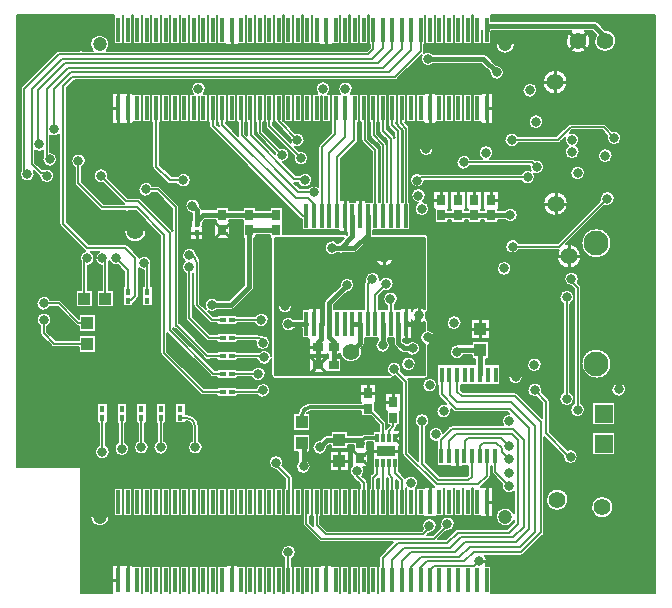
<source format=gbr>
%FSLAX23Y23*%
%MOIN*%
G04 EasyPC Gerber Version 17.0 Build 3379 *
%ADD98R,0.01181X0.03150*%
%ADD100R,0.01181X0.05118*%
%ADD95R,0.01181X0.07874*%
%ADD97R,0.01378X0.07874*%
%ADD96R,0.01800X0.02000*%
%ADD16R,0.02800X0.03500*%
%ADD25R,0.03937X0.04291*%
%ADD28R,0.06000X0.06000*%
%ADD10C,0.00500*%
%ADD77C,0.00600*%
%ADD14C,0.01000*%
%ADD78C,0.01200*%
%ADD76C,0.01600*%
%ADD27R,0.02000X0.01800*%
%ADD17R,0.03500X0.02800*%
%ADD99R,0.05906X0.03543*%
%ADD18R,0.04291X0.03937*%
%ADD74C,0.03200*%
%ADD24C,0.04724*%
%ADD75C,0.05600*%
%ADD73C,0.08268*%
X0Y0D02*
D02*
D10*
X58Y477D02*
X273D01*
Y58*
X377*
Y151*
X447*
Y147*
X475*
Y58*
X475*
Y147*
X506*
Y58*
X507*
Y147*
X538*
Y58*
X538*
Y147*
X569*
Y58*
X570*
Y147*
X601*
Y58*
X601*
Y147*
X632*
Y58*
X633*
Y147*
X664*
Y58*
X664*
Y147*
X695*
Y58*
X696*
Y147*
X727*
Y58*
X727*
Y147*
X755*
Y151*
X794*
Y147*
X821*
Y58*
X822*
Y147*
X853*
Y58*
X853*
Y147*
X884*
Y58*
X885*
Y147*
X916*
Y58*
X916*
Y147*
X947*
Y58*
X948*
Y147*
X950*
Y172*
G75*
G02X939Y193I13J21*
G01*
G75*
G02X988I25*
G01*
G75*
G02X977Y172I-25*
G01*
Y147*
X979*
Y58*
X979*
Y147*
X1010*
Y58*
X1011*
Y147*
X1042*
Y58*
X1042*
Y147*
X1070*
Y151*
X1109*
Y147*
X1136*
Y58*
X1137*
Y147*
X1167*
Y58*
X1168*
Y147*
X1199*
Y58*
X1200*
Y147*
X1230*
Y58*
X1231*
Y147*
X1262*
Y58*
X1263*
Y147*
X1265*
Y173*
G75*
G02X1269Y182I13*
G01*
X1313Y226*
X1073*
G75*
G02X1065Y229I0J12*
G01*
X1015Y279*
G75*
G02X1012Y288I8J8*
G01*
Y313*
X1011*
Y408*
X1042*
Y313*
X1035*
Y292*
X1046Y281*
G75*
G02X1046Y283I11J3*
G01*
Y313*
X1042*
Y408*
X1073*
Y313*
X1069*
Y288*
X1093Y264*
X1409*
X1413Y269*
G75*
G02X1409Y282I20J14*
G01*
G75*
G02X1458I25*
G01*
G75*
G02X1435Y258I-25*
G01*
X1426Y249*
X1444*
X1471Y277*
G75*
G02X1469Y288I22J11*
G01*
G75*
G02X1518I25*
G01*
G75*
G02X1490Y263I-25*
G01*
X1463Y236*
X1488*
X1519Y267*
G75*
G02X1528Y271I9J-9*
G01*
X1693*
X1715Y293*
Y298*
G75*
G02X1654Y311I-29J14*
G01*
G75*
G02X1715Y325I32*
G01*
Y395*
G75*
G02X1676Y421I-16J19*
G01*
X1644Y453*
G75*
G02X1641Y462I8J8*
G01*
Y480*
X1638*
Y448*
G75*
G02X1635Y440I-12J0*
G01*
X1607Y412*
X1644*
Y309*
X1605*
Y313*
X1578*
Y408*
X1577*
Y313*
X1546*
Y408*
X1545*
Y313*
X1515*
Y408*
X1514*
Y313*
X1483*
Y408*
X1482*
Y313*
X1455*
Y309*
X1416*
Y313*
X1389*
Y407*
G75*
G02X1388Y406I-16J18*
G01*
Y313*
X1357*
Y406*
G75*
G02X1356Y407I15J19*
G01*
Y313*
X1326*
Y408*
X1328*
Y429*
X1323Y435*
Y408*
X1325*
Y313*
X1294*
Y408*
X1297*
Y436*
X1291Y441*
Y408*
X1293*
Y313*
X1263*
Y408*
X1265*
Y441*
X1260Y435*
Y408*
X1262*
Y313*
X1231*
Y408*
X1234*
Y441*
G75*
G02X1237Y450I13J0*
G01*
X1245Y458*
Y467*
X1245*
Y515*
X1246*
Y550*
X1245*
Y559*
X1226*
Y537*
X1230*
Y477*
X1213*
G75*
G02X1210Y447I-21J-13*
G01*
X1224Y433*
G75*
G02X1228Y424I-9J-9*
G01*
Y408*
X1230*
Y313*
X1200*
Y408*
X1202*
Y419*
X1183Y437*
G75*
G02X1180Y443I9J9*
G01*
G75*
G02X1177Y483I13J21*
G01*
Y537*
X1181*
Y551*
X1162*
Y538*
X1105*
Y551*
X1100*
X1093Y544*
G75*
G02X1093Y543I-24J-1*
G01*
G75*
G02X1044I-25*
G01*
G75*
G02X1070Y567I25*
G01*
X1082Y579*
G75*
G02X1093Y584I12J-12*
G01*
X1105*
Y597*
X1162*
Y584*
X1209*
X1209Y584*
G75*
G02X1219Y588I10J-10*
G01*
X1245*
Y598*
X1267*
Y617*
X1238Y646*
X1206*
Y663*
X1038*
G75*
G03X1027Y657J-16*
G01*
X1037*
Y598*
X980*
Y657*
X995*
G75*
G02X1038Y692I43J-10*
G01*
X1206*
Y693*
X1202*
Y753*
X1255*
Y693*
X1251*
Y666*
X1287Y630*
G75*
G02X1290Y622I-8J-8*
G01*
Y605*
X1290Y605*
X1301Y616*
X1291*
Y663*
X1287*
Y723*
X1340*
Y663*
X1336*
Y616*
X1325*
Y613*
G75*
G02X1322Y604I-12J0*
G01*
X1319Y602*
X1336*
Y546*
X1331*
Y515*
X1332*
Y467*
X1332*
Y463*
X1350Y444*
G75*
G02X1353Y440I-9J-9*
G01*
G75*
G02X1397Y425I19J-15*
G01*
G75*
G02X1391Y408I-25*
G01*
X1416*
Y412*
X1448*
X1346Y514*
G75*
G02X1343Y522I8J8*
G01*
Y757*
X1320Y780*
G75*
G02X1315Y780I-5J24*
G01*
G75*
G02X1304Y771I-11J3*
G01*
X918*
G75*
G02X907Y783J11*
G01*
Y837*
G75*
G02X860Y836I-24J5*
G01*
X793*
Y830*
X726*
Y836*
X703*
G75*
G02X679Y846I-9J12*
G01*
X589Y936*
X588*
G75*
G02X580Y940I0J12*
G01*
Y937*
X718Y799*
X726*
Y805*
X793*
Y799*
X842*
G75*
G02X888Y788I22J-12*
G01*
G75*
G02X842Y776I-25*
G01*
X793*
Y770*
X726*
Y776*
X713*
G75*
G02X705Y779I0J12*
G01*
X560Y924*
G75*
G02X560Y925I8J8*
G01*
Y862*
X683Y739*
X726*
Y745*
X793*
Y739*
X855*
G75*
G02X903Y733I24J-7*
G01*
G75*
G02X860Y716I-25*
G01*
X793*
Y710*
X726*
Y716*
X678*
G75*
G02X670Y719I0J12*
G01*
X540Y849*
G75*
G02X537Y858I8J8*
G01*
Y1248*
X454Y1331*
X438*
G75*
G02X426Y1328I-9J12*
G01*
G75*
G02X414Y1331I-3J14*
G01*
X343*
G75*
G02X335Y1334I0J12*
G01*
X255Y1414*
G75*
G02X252Y1423I8J8*
G01*
Y1476*
G75*
G02X239Y1498I12J22*
G01*
G75*
G02X288I25*
G01*
G75*
G02X275Y1476I-25*
G01*
Y1427*
X348Y1354*
X414*
G75*
G02X415Y1355I9J-11*
G01*
X346Y1424*
G75*
G02X314Y1448I-7J23*
G01*
G75*
G02X363I25*
G01*
G75*
G02X362Y1440I-25*
G01*
X428Y1374*
X463*
G75*
G02X472Y1371I0J-12*
G01*
X577Y1266*
G75*
G02X577Y1265I-8J-8*
G01*
Y1338*
X524Y1391*
X510*
G75*
G02X464Y1403I-22J12*
G01*
G75*
G02X510Y1414I25*
G01*
X528*
G75*
G02X537Y1411I0J-12*
G01*
X597Y1351*
G75*
G02X600Y1343I-8J-8*
G01*
Y957*
G75*
G02X602Y956I-7J-9*
G01*
X695Y862*
G75*
G02X703Y859I-2J-15*
G01*
X726*
Y865*
X793*
Y859*
X865*
G75*
G02X907Y848I18J-17*
G01*
Y1241*
X901*
Y1250*
X856*
Y1241*
X850*
Y1077*
G75*
G02X845Y1066I-17J0*
G01*
X785Y1006*
G75*
G02X773Y1001I-12J12*
G01*
X727*
G75*
G02X696Y997I-18J17*
G01*
X713Y979*
X726*
Y985*
X793*
Y979*
X852*
G75*
G02X898Y968I22J-12*
G01*
G75*
G02X852Y956I-25*
G01*
X793*
Y950*
X726*
Y956*
X708*
G75*
G02X700Y959I0J12*
G01*
X650Y1009*
G75*
G02X647Y1018I8J8*
G01*
Y1122*
G75*
G02X645Y1121I-14J20*
G01*
Y977*
X703Y919*
X726*
Y925*
X793*
Y919*
X863*
G75*
G02X874Y917J-27*
G01*
G75*
G02X903Y892I4J-24*
G01*
G75*
G02X854I-25*
G01*
G75*
G02X854Y896I24J0*
G01*
X793*
Y890*
X726*
Y896*
X698*
G75*
G02X690Y899I0J12*
G01*
X625Y964*
G75*
G02X622Y973I8J8*
G01*
Y1121*
G75*
G02X619Y1163I12J22*
G01*
G75*
G02X609Y1183I14J20*
G01*
G75*
G02X658Y1185I25*
G01*
G75*
G02X670Y1158I-24J-27*
G01*
Y1022*
X688Y1005*
G75*
G02X727Y1034I21J13*
G01*
X767*
X817Y1084*
Y1241*
X811*
Y1302*
X766*
Y1297*
X770*
Y1237*
X717*
Y1297*
X721*
Y1300*
X686*
X678Y1291*
G75*
G02X677Y1279I-19J-5*
G01*
X680*
Y1234*
X637*
Y1279*
X640*
G75*
G02X640Y1294I18J8*
G01*
Y1298*
G75*
G02X641Y1302I18*
G01*
Y1305*
X642*
Y1323*
G75*
G02X619Y1348I2J24*
G01*
G75*
G02X668I25*
G01*
G75*
G02X668Y1346I-24J0*
G01*
X670Y1344*
G75*
G02X675Y1336I-12J-12*
G01*
G75*
G02X678Y1336I4J-18*
G01*
X721*
Y1344*
X766*
Y1335*
X811*
Y1344*
X856*
Y1335*
X901*
Y1344*
X946*
Y1254*
X1150*
G75*
G02X1158Y1250I0J-11*
G01*
X1160Y1253*
Y1262*
X1133*
Y1266*
X1009*
Y1301*
G75*
G02X1003Y1305I3J13*
G01*
X704Y1603*
G75*
G02X700Y1613I9J9*
G01*
Y1626*
X696*
Y1721*
X727*
Y1674*
X727Y1674*
Y1618*
X731Y1613*
G75*
G02X730Y1618I12J4*
G01*
Y1626*
X727*
Y1721*
X758*
Y1626*
X757*
Y1623*
X797Y1582*
Y1583*
Y1626*
X790*
Y1721*
X821*
Y1626*
X820*
Y1587*
X825Y1582*
G75*
G02X825Y1583I13J1*
G01*
Y1626*
X822*
Y1721*
X853*
Y1626*
X852*
Y1588*
X919Y1520*
G75*
G02X920Y1525I24J-3*
G01*
X861Y1584*
G75*
G02X857Y1592I8J8*
G01*
Y1626*
X853*
Y1721*
X884*
Y1626*
X880*
Y1597*
X936Y1541*
G75*
G02X968Y1518I7J-23*
G01*
G75*
G02X946Y1493I-25*
G01*
X989Y1451*
X1002*
G75*
G02X1043Y1433I17J-18*
G01*
G75*
G02X995Y1424I-25*
G01*
X983*
X1001Y1406*
X1028*
G75*
G02X1063Y1412I20J-14*
G01*
Y1543*
G75*
G02X1066Y1551I12J0*
G01*
X1107Y1592*
Y1626*
X1105*
Y1721*
X1135*
G75*
G02X1129Y1738I19J16*
G01*
G75*
G02X1178I25*
G01*
G75*
G02X1172Y1721I-25*
G01*
X1199*
Y1626*
X1197*
Y1568*
G75*
G02X1193Y1558I-13J0*
G01*
X1139Y1504*
Y1366*
X1169*
Y1362*
X1184*
Y1366*
X1221*
Y1362*
X1242*
Y1528*
X1210Y1559*
G75*
G02X1207Y1568I8J8*
G01*
Y1626*
X1200*
Y1721*
X1230*
Y1626*
X1230*
Y1572*
X1262Y1541*
G75*
G02X1265Y1533I-8J-8*
G01*
Y1362*
X1268*
Y1547*
X1240Y1574*
G75*
G02X1237Y1583I8J8*
G01*
Y1626*
X1231*
Y1721*
X1262*
Y1626*
X1260*
Y1587*
X1287Y1560*
G75*
G02X1291Y1552I-8J-8*
G01*
Y1362*
X1292*
Y1566*
X1269Y1588*
G75*
G02X1265Y1598I9J9*
G01*
Y1626*
X1263*
Y1721*
X1293*
Y1626*
X1292*
Y1603*
X1314Y1581*
G75*
G02X1317Y1575I-9J-9*
G01*
Y1590*
X1299Y1608*
G75*
G02X1295Y1618I9J9*
G01*
Y1626*
X1294*
Y1721*
X1325*
Y1626*
X1322*
Y1623*
X1339Y1605*
G75*
G02X1343Y1596I-9J-9*
G01*
Y1362*
X1344*
Y1600*
X1330Y1614*
G75*
G02X1327Y1623I8J8*
G01*
Y1626*
X1326*
Y1721*
X1356*
Y1626*
X1352*
X1364Y1613*
G75*
G02X1367Y1605I-8J-8*
G01*
Y1362*
X1370*
Y1266*
X1244*
Y1254*
X1418*
G75*
G02X1430Y1242J-11*
G01*
Y1003*
G75*
G02X1421Y992I-11*
G01*
G75*
G02Y973I-23J-10*
G01*
G75*
G02X1430Y962I-3J-11*
G01*
Y933*
G75*
G02Y885I-2J-24*
G01*
Y783*
G75*
G02X1418Y771I-11*
G01*
X1361*
X1363Y770*
G75*
G02X1366Y762I-8J-8*
G01*
Y527*
X1396Y497*
Y611*
G75*
G02X1384Y632I13J21*
G01*
G75*
G02X1433I25*
G01*
G75*
G02X1422Y611I-25*
G01*
Y493*
X1469Y447*
X1558*
X1561Y450*
Y480*
X1543*
Y476*
X1506*
Y480*
X1459*
Y548*
X1460*
Y562*
G75*
G02X1430Y586I-5J24*
G01*
G75*
G02X1479Y591I25*
G01*
X1499Y612*
G75*
G02X1508Y616I9J-9*
G01*
X1680*
G75*
G02X1700Y655I20J14*
G01*
X1695Y659*
X1522*
G75*
G02X1512Y663J13*
G01*
X1505Y670*
G75*
G02X1506Y663I-23J-7*
G01*
G75*
G02X1457I-25*
G01*
G75*
G02X1490Y686I25*
G01*
X1466Y711*
G75*
G02X1462Y720I9J9*
G01*
Y751*
X1460*
Y819*
X1585*
Y838*
X1575*
Y849*
X1547*
G75*
G02X1501Y861I-22J12*
G01*
G75*
G02X1526Y886I25*
G01*
G75*
G02X1528Y886I1J-18*
G01*
X1575*
Y897*
X1632*
Y838*
X1622*
Y819*
X1668*
Y751*
X1539*
Y733*
X1547Y726*
X1719*
G75*
G02X1728Y722I0J-13*
G01*
X1810Y640*
Y689*
X1789Y710*
G75*
G02X1760Y734I-5J24*
G01*
G75*
G02X1809I25*
G01*
G75*
G02X1808Y728I-24J0*
G01*
X1832Y703*
G75*
G02X1836Y694I-9J-9*
G01*
Y594*
X1895Y535*
G75*
G02X1928Y512I8J-23*
G01*
G75*
G02X1879I-25*
G01*
G75*
G02X1879Y514I24J0*
G01*
X1817Y576*
Y259*
G75*
G02X1813Y250I-13J0*
G01*
X1749Y186*
G75*
G02X1740Y182I-9J9*
G01*
X1619*
G75*
G02X1622Y147I-21J-19*
G01*
X1640*
Y58*
X2186*
Y1983*
X1640*
Y1965*
X1982*
G75*
G02X1994Y1960I0J-17*
G01*
X2019Y1935*
G75*
G02X2056Y1898I1J-36*
G01*
G75*
G02X1983I-37*
G01*
G75*
G02X1989Y1918I36J0*
G01*
X1975Y1932*
X1952*
G75*
G02X1970Y1898I-23J-34*
G01*
G75*
G02X1889I-41*
G01*
G75*
G02X1907Y1932I41*
G01*
X1641*
G75*
G02X1640Y1929I-16J4*
G01*
Y1888*
X1609*
Y1929*
G75*
G02X1608Y1932I15J6*
G01*
Y1888*
X1578*
Y1983*
X1577*
Y1888*
X1546*
Y1983*
X1545*
Y1888*
X1515*
Y1983*
X1514*
Y1888*
X1483*
Y1983*
X1482*
Y1888*
X1452*
Y1983*
X1451*
Y1888*
X1420*
Y1983*
X1419*
Y1888*
X1416*
Y1863*
G75*
G02X1414Y1857I-12J0*
G01*
G75*
G02X1447Y1854I15J-20*
G01*
X1613*
G75*
G02X1625Y1849I0J-17*
G01*
X1657Y1817*
G75*
G02X1683Y1793I1J-24*
G01*
G75*
G02X1634I-25*
G01*
G75*
G02X1634Y1794I24J0*
G01*
X1607Y1821*
X1447*
G75*
G02X1408Y1850I-18J17*
G01*
X1327Y1769*
G75*
G02X1318Y1766I-8J8*
G01*
X253*
G75*
G02X248Y1763I-9J11*
G01*
X227Y1742*
Y1293*
X299Y1221*
X418*
G75*
G02X428Y1217I0J-13*
G01*
X463Y1182*
G75*
G02X466Y1175I-9J-9*
G01*
G75*
G02X505Y1146I17J-17*
G01*
Y1080*
X511*
Y1013*
X476*
Y1080*
X482*
Y1133*
G75*
G02X467Y1140I2J24*
G01*
Y1048*
G75*
G02X463Y1039I-13*
G01*
X448Y1023*
G75*
G02X446Y1021I-10J9*
G01*
Y1013*
X411*
Y1080*
X417*
Y1128*
X396Y1149*
G75*
G02X366Y1163I-7J23*
G01*
G75*
G02X365Y1161I-22J10*
G01*
Y1066*
X383*
Y1009*
X324*
Y1066*
X342*
Y1148*
G75*
G02X333Y1194I2J24*
G01*
X304*
G75*
G02X295Y1148I-11J-22*
G01*
Y1066*
X313*
Y1009*
X254*
Y1066*
X272*
Y1161*
G75*
G02X287Y1196I21J12*
G01*
G75*
G02X284Y1198I6J11*
G01*
X204Y1278*
G75*
G02X200Y1288I9J9*
G01*
Y1585*
G75*
G02X170Y1582I-17J18*
G01*
Y1527*
G75*
G02X193Y1503I-2J-24*
G01*
G75*
G02X144I-25*
G01*
G75*
G02X147Y1514I25*
G01*
Y1532*
G75*
G02X120I-14J20*
G01*
Y1492*
X143Y1469*
X147*
G75*
G02X183Y1448I12J-21*
G01*
G75*
G02X134Y1447I-25*
G01*
G75*
G02X130Y1449I5J11*
G01*
X114Y1465*
G75*
G02X118Y1453I-21J-13*
G01*
G75*
G02X69I-25*
G01*
G75*
G02X72Y1464I25*
G01*
Y1738*
G75*
G02X75Y1746I12J0*
G01*
X190Y1861*
G75*
G02X198Y1864I8J-8*
G01*
X264*
G75*
G02X283I9J-12*
G01*
X311*
G75*
G02X302Y1886I23J22*
G01*
G75*
G02X367I32*
G01*
G75*
G02X358Y1864I-32*
G01*
X1224*
X1235Y1875*
Y1888*
X1231*
Y1983*
X1230*
Y1888*
X1200*
Y1983*
X1199*
Y1888*
X1168*
Y1983*
X1167*
Y1888*
X1137*
Y1983*
X1136*
Y1888*
X1109*
Y1884*
X1070*
Y1888*
X1042*
Y1983*
X1042*
Y1888*
X1011*
Y1983*
X1010*
Y1888*
X979*
Y1983*
X979*
Y1888*
X948*
Y1983*
X947*
Y1888*
X916*
Y1983*
X916*
Y1888*
X885*
Y1983*
X884*
Y1888*
X853*
Y1983*
X853*
Y1888*
X822*
Y1983*
X821*
Y1888*
X794*
Y1884*
X755*
Y1888*
X727*
Y1983*
X727*
Y1888*
X696*
Y1983*
X695*
Y1888*
X664*
Y1983*
X664*
Y1888*
X633*
Y1983*
X632*
Y1888*
X601*
Y1983*
X601*
Y1888*
X570*
Y1983*
X569*
Y1888*
X538*
Y1983*
X538*
Y1888*
X507*
Y1983*
X506*
Y1888*
X475*
Y1983*
X475*
Y1888*
X444*
Y1983*
X443*
Y1888*
X412*
Y1983*
X412*
Y1888*
X381*
Y1983*
X58*
Y477*
X137Y946D02*
G75*
G02X124Y968I12J22D01*
G01*
G75*
G02X173I25*
G01*
G75*
G02X160Y946I-25*
G01*
Y927*
X188Y899*
X265*
Y917*
X322*
Y858*
X265*
Y876*
X183*
G75*
G02X175Y879I0J12*
G01*
X140Y914*
G75*
G02X137Y923I8J8*
G01*
Y946*
X170Y1011D02*
G75*
G02X124Y1023I-22J12D01*
G01*
G75*
G02X170Y1034I25*
G01*
X198*
G75*
G02X207Y1031I0J-12*
G01*
X265Y972*
Y987*
X322*
Y928*
X265*
Y946*
X263*
G75*
G02X255Y949I0J12*
G01*
X194Y1011*
X170*
X326Y623D02*
Y690D01*
X361*
Y623*
X355*
Y549*
G75*
G02X368Y527I-12J-22*
G01*
G75*
G02X319I-25*
G01*
G75*
G02X332Y549I25*
G01*
Y623*
X326*
X367Y311D02*
G75*
G02X302I-32D01*
G01*
G75*
G02X367I32*
G01*
X381Y313D02*
Y408D01*
X412*
Y313*
X381*
X391Y623D02*
Y690D01*
X426*
Y623*
X420*
Y559*
G75*
G02X433Y538I-12J-22*
G01*
G75*
G02X384I-25*
G01*
G75*
G02X397Y559I25*
G01*
Y623*
X391*
X447Y1622D02*
X377D01*
Y1725*
X447*
Y1721*
X475*
Y1626*
X447*
Y1622*
X412Y313D02*
Y408D01*
X443*
Y313*
X412*
X417Y1263D02*
G75*
G02X490I37D01*
G01*
G75*
G02X417I-37*
G01*
X444Y313D02*
Y408D01*
X475*
Y313*
X444*
X456Y623D02*
Y690D01*
X491*
Y623*
X485*
Y564*
G75*
G02X498Y543I-12J-22*
G01*
G75*
G02X449I-25*
G01*
G75*
G02X462Y564I25*
G01*
Y623*
X456*
X475Y313D02*
Y408D01*
X506*
Y313*
X475*
Y1626D02*
Y1721D01*
X506*
Y1626*
X475*
X507Y313D02*
Y408D01*
X538*
Y313*
X507*
X510Y1626D02*
X507D01*
Y1721*
X538*
Y1626*
X537*
Y1483*
X574Y1446*
X593*
G75*
G02X638Y1433I21J-13*
G01*
G75*
G02X593Y1419I-25*
G01*
X568*
G75*
G02X559Y1423I0J13*
G01*
X514Y1468*
G75*
G02X510Y1478I9J9*
G01*
Y1626*
X521Y623D02*
Y690D01*
X556*
Y623*
X550*
Y564*
G75*
G02X563Y543I-12J-22*
G01*
G75*
G02X514I-25*
G01*
G75*
G02X527Y564I25*
G01*
Y623*
X521*
X538Y313D02*
Y408D01*
X569*
Y313*
X538*
Y1626D02*
Y1721D01*
X569*
Y1626*
X538*
X570Y313D02*
Y408D01*
X601*
Y313*
X570*
Y1626D02*
Y1721D01*
X601*
Y1626*
X570*
X586Y623D02*
Y690D01*
X621*
Y653*
X624*
G75*
G02X665Y613J-41*
G01*
Y564*
G75*
G02X678Y543I-12J-22*
G01*
G75*
G02X629I-25*
G01*
G75*
G02X642Y564I25*
G01*
Y613*
G75*
G03X624Y630I-18*
G01*
X621*
Y623*
X586*
X601Y313D02*
Y408D01*
X632*
Y313*
X601*
Y1626D02*
Y1721D01*
X632*
Y1626*
X601*
X633Y313D02*
Y408D01*
X664*
Y313*
X633*
X645Y1721D02*
G75*
G02X639Y1738I19J16D01*
G01*
G75*
G02X688I25*
G01*
G75*
G02X682Y1721I-25*
G01*
X695*
Y1626*
X664*
Y1713*
X664Y1626*
X633*
Y1721*
X645*
X664Y313D02*
Y408D01*
X695*
Y313*
X664*
X696D02*
Y408D01*
X727*
Y313*
X696*
X727D02*
Y408D01*
X758*
Y313*
X727*
X759D02*
Y408D01*
X790*
Y313*
X759*
Y1626D02*
Y1721D01*
X790*
Y1626*
X759*
X790Y313D02*
Y408D01*
X821*
Y313*
X790*
X822D02*
Y408D01*
X853*
Y313*
X822*
X853D02*
Y408D01*
X884*
Y313*
X853*
X885D02*
Y408D01*
X916*
Y313*
X885*
X889Y1626D02*
X885D01*
Y1721*
X916*
Y1626*
X912*
Y1617*
X971Y1558*
G75*
G02X970Y1575I23J9*
G01*
X924Y1621*
G75*
G02X921Y1626I8J8*
G01*
X916*
Y1721*
X947*
Y1630*
X948Y1630*
Y1721*
X979*
Y1626*
X952*
X986Y1591*
G75*
G02X1018Y1568I7J-23*
G01*
G75*
G02X984Y1545I-25*
G01*
X998Y1530*
G75*
G02X1030Y1507I7J-23*
G01*
G75*
G02X981I-25*
G01*
G75*
G02X982Y1514I25*
G01*
X892Y1604*
G75*
G02X889Y1613I8J8*
G01*
Y1626*
X916Y313D02*
Y408D01*
X947*
Y313*
X916*
X921Y468D02*
G75*
G02X897Y492I1J24D01*
G01*
G75*
G02X946I25*
G01*
G75*
G02X944Y481I-25J0*
G01*
X974Y451*
G75*
G02X978Y442I-9J-9*
G01*
Y408*
X979*
Y313*
X948*
Y408*
X952*
Y437*
X921Y468*
X979Y313D02*
Y408D01*
X1010*
Y313*
X979*
Y1626D02*
Y1721D01*
X1010*
Y1626*
X979*
X997Y497D02*
Y528D01*
X980*
Y587*
X1037*
Y528*
X1030*
Y497*
G75*
G02X1038Y479I-17J-18*
G01*
G75*
G02X989I-25*
G01*
G75*
G02X997Y497I25*
G01*
X1011Y1626D02*
Y1721D01*
X1042*
Y1626*
X1011*
X1060Y1721D02*
G75*
G02X1054Y1738I19J16D01*
G01*
G75*
G02X1103I25*
G01*
G75*
G02X1097Y1721I-25*
G01*
X1105*
Y1626*
X1074*
Y1713*
G75*
G02X1073Y1714I5J24*
G01*
Y1626*
X1042*
Y1721*
X1060*
X1074Y313D02*
Y408D01*
X1105*
Y313*
X1074*
X1105D02*
Y408D01*
X1136*
Y313*
X1105*
X1137D02*
Y408D01*
X1167*
Y313*
X1137*
X1166Y531D02*
Y464D01*
X1101*
Y531*
X1166*
X1168Y313D02*
Y408D01*
X1199*
Y313*
X1168*
X1357Y1626D02*
Y1721D01*
X1388*
Y1626*
X1357*
X1395Y1358D02*
G75*
G02X1372Y1382I2J24D01*
G01*
G75*
G02X1421I25*
G01*
G75*
G02X1411Y1362I-25*
G01*
G75*
G02X1433Y1338I-2J-24*
G01*
G75*
G02X1384I-25*
G01*
G75*
G02X1395Y1358I25*
G01*
X1399Y1538D02*
G75*
G02X1448I25D01*
G01*
G75*
G02X1399I-25*
G01*
X1402Y1454D02*
G75*
G02X1404Y1455I1J-11D01*
G01*
X1739*
G75*
G02X1771Y1465I22J-12*
G01*
G75*
G02X1767Y1481I21J13*
G01*
X1570*
G75*
G02X1524Y1493I-22J12*
G01*
G75*
G02X1570Y1504I25*
G01*
X1609*
G75*
G02X1597Y1525I13J21*
G01*
G75*
G02X1646I25*
G01*
G75*
G02X1634Y1504I-25*
G01*
X1777*
G75*
G02X1784Y1501J-11*
G01*
G75*
G02X1816Y1478I7J-23*
G01*
G75*
G02X1782Y1456I-25*
G01*
G75*
G02X1785Y1443I-21J-13*
G01*
G75*
G02X1739Y1432I-25*
G01*
X1417*
G75*
G02X1368Y1432I-24J1*
G01*
G75*
G02X1402Y1454I25*
G01*
X1410Y750D02*
G75*
G02X1459I25D01*
G01*
G75*
G02X1410I-25*
G01*
X1416Y1626D02*
X1389D01*
Y1721*
X1416*
Y1725*
X1455*
Y1721*
X1482*
Y1626*
X1455*
Y1622*
X1416*
Y1626*
X1451Y1338D02*
X1447D01*
Y1398*
X1500*
Y1338*
X1496*
Y1334*
X1506*
Y1338*
X1502*
Y1398*
X1555*
Y1338*
X1551*
Y1334*
X1561*
Y1338*
X1557*
Y1398*
X1610*
Y1338*
X1606*
Y1334*
X1616*
Y1338*
X1612*
Y1398*
X1665*
Y1338*
X1661*
Y1335*
X1686*
G75*
G02X1728Y1318I17J-18*
G01*
G75*
G02X1688Y1299I-25*
G01*
X1661*
Y1291*
X1616*
Y1300*
X1606*
Y1291*
X1561*
Y1300*
X1551*
Y1291*
X1506*
Y1300*
X1496*
Y1291*
X1451*
Y1338*
X1483Y1626D02*
Y1721D01*
X1514*
Y1626*
X1483*
X1491Y958D02*
G75*
G02X1540I25D01*
G01*
G75*
G02X1491I-25*
G01*
X1515Y1626D02*
Y1721D01*
X1545*
Y1626*
X1515*
X1546D02*
Y1721D01*
X1577*
Y1626*
X1546*
X1571Y904D02*
Y971D01*
X1636*
Y904*
X1571*
X1605Y1626D02*
X1578D01*
Y1721*
X1605*
Y1725*
X1644*
Y1622*
X1605*
Y1626*
X1658Y1139D02*
G75*
G02X1707I25D01*
G01*
G75*
G02X1658I-25*
G01*
X1696Y778D02*
G75*
G02X1745I25D01*
G01*
G75*
G02X1696I-25*
G01*
X1718Y1886D02*
G75*
G02X1654I-32D01*
G01*
G75*
G02X1718I32*
G01*
X1730Y1556D02*
G75*
G02X1684Y1568I-22J12D01*
G01*
G75*
G02X1730Y1579I25*
G01*
X1857*
X1896Y1618*
G75*
G02X1905Y1622I8J-8*
G01*
X2015*
G75*
G02X2023Y1618I0J-12*
G01*
X2042Y1598*
G75*
G02X2074Y1575I7J-23*
G01*
G75*
G02X2025I-25*
G01*
G75*
G02X2026Y1582I25*
G01*
X2010Y1599*
X1909*
X1902Y1591*
G75*
G02X1924Y1548I7J-23*
G01*
G75*
G02X1934Y1528I-14J-20*
G01*
G75*
G02X1885I-25*
G01*
G75*
G02X1895Y1548I25*
G01*
G75*
G02X1886Y1575I14J20*
G01*
X1870Y1559*
G75*
G02X1862Y1556I-8J8*
G01*
X1730*
X1732Y1201D02*
G75*
G02X1686Y1212I-22J12D01*
G01*
G75*
G02X1732Y1224I25*
G01*
X1862*
X2003Y1365*
G75*
G02X2002Y1372I23J7*
G01*
G75*
G02X2051I25*
G01*
G75*
G02X2019Y1349I-25*
G01*
X1890Y1219*
G75*
G02X1940Y1180I9J-39*
G01*
G75*
G02X1859I-41*
G01*
G75*
G02X1865Y1201I41*
G01*
X1732*
X1744Y1733D02*
G75*
G02X1793I25D01*
G01*
G75*
G02X1744I-25*
G01*
X1759Y818D02*
G75*
G02X1808I25D01*
G01*
G75*
G02X1759I-25*
G01*
X1764Y1628D02*
G75*
G02X1813I25D01*
G01*
G75*
G02X1764I-25*
G01*
X1812Y1760D02*
G75*
G02X1893I41D01*
G01*
G75*
G02X1812I-41*
G01*
X1813Y1355D02*
G75*
G02X1894I41D01*
G01*
G75*
G02X1813I-41*
G01*
X1823Y368D02*
G75*
G02X1896I37D01*
G01*
G75*
G02X1823I-37*
G01*
X1880Y727D02*
Y1021D01*
G75*
G02X1867Y1043I12J22*
G01*
G75*
G02X1916I25*
G01*
G75*
G02X1903Y1021I-25*
G01*
Y727*
G75*
G02X1916Y705I-12J-22*
G01*
G75*
G02X1867I-25*
G01*
G75*
G02X1880Y727I25*
G01*
X1903Y1457D02*
G75*
G02X1952I25D01*
G01*
G75*
G02X1903I-25*
G01*
X1907Y1080D02*
G75*
G02X1882Y1104I0J25D01*
G01*
G75*
G02X1931I25*
G01*
G75*
G02X1928Y1091I-25*
G01*
X1936Y1083*
G75*
G02X1939Y1075I-8J-8*
G01*
Y690*
G75*
G02X1952Y668I-12J-22*
G01*
G75*
G02X1903I-25*
G01*
G75*
G02X1916Y690I25*
G01*
Y1070*
X1907Y1080*
X1973Y343D02*
G75*
G02X2046I37D01*
G01*
G75*
G02X1973I-37*
G01*
X1975Y594D02*
X2052D01*
Y517*
X1975*
Y594*
Y694D02*
X2052D01*
Y617*
X1975*
Y694*
X1990Y772D02*
G75*
G02Y871J50D01*
G01*
G75*
G02Y772J-50*
G01*
Y1173D02*
G75*
G02Y1273J50D01*
G01*
G75*
G02Y1173J-50*
G01*
X1995Y1515D02*
G75*
G02X2044I25D01*
G01*
G75*
G02X1995I-25*
G01*
X2040Y736D02*
G75*
G02X2089I25D01*
G01*
G75*
G02X2040I-25*
G01*
X58Y925D02*
G36*
Y655D01*
X326*
Y690*
X361*
Y655*
X391*
Y690*
X426*
Y655*
X456*
Y690*
X491*
Y655*
X521*
Y690*
X556*
Y655*
X586*
Y690*
X621*
Y655*
X980*
Y657*
X995*
G75*
G02X1038Y692I43J-10*
G01*
X1206*
Y693*
X1202*
Y753*
X1255*
Y693*
X1251*
Y666*
X1287Y630*
G75*
G02X1290Y622I-8J-8*
G01*
Y605*
X1290Y605*
X1301Y616*
X1291*
Y663*
X1287*
Y723*
X1340*
Y663*
X1336*
Y616*
X1325*
Y613*
G75*
G02X1322Y604I-12J0*
G01*
X1319Y602*
X1336*
Y546*
X1331*
Y515*
X1332*
Y467*
X1332*
Y463*
X1350Y444*
G75*
G02X1353Y440I-9J-9*
G01*
G75*
G02X1397Y425I19J-15*
G01*
G75*
G02X1391Y408I-25*
G01*
X1416*
Y412*
X1448*
X1346Y514*
G75*
G02X1343Y522I8J8*
G01*
Y757*
X1320Y780*
G75*
G02X1315Y780I-5J24*
G01*
G75*
G02X1304Y771I-11J3*
G01*
X918*
G75*
G02X907Y783J11*
G01*
Y837*
G75*
G02X860Y836I-24J5*
G01*
X793*
Y830*
X726*
Y836*
X703*
G75*
G02X679Y846I-9J12*
G01*
X589Y936*
X588*
G75*
G02X580Y940I0J12*
G01*
Y937*
X718Y799*
X726*
Y805*
X793*
Y799*
X842*
G75*
G02X888Y788I22J-12*
G01*
G75*
G02X842Y776I-25*
G01*
X793*
Y770*
X726*
Y776*
X713*
G75*
G02X705Y779I0J12*
G01*
X560Y924*
G75*
G02X560Y925I8J8*
G01*
Y862*
X683Y739*
X726*
Y745*
X793*
Y739*
X855*
G75*
G02X903Y733I24J-7*
G01*
G75*
G02X860Y716I-25*
G01*
X793*
Y710*
X726*
Y716*
X678*
G75*
G02X670Y719I0J12*
G01*
X540Y849*
G75*
G02X537Y858I8J8*
G01*
Y925*
X162*
X188Y899*
X265*
Y917*
X322*
Y858*
X265*
Y876*
X183*
G75*
G02X175Y879I0J12*
G01*
X140Y914*
G75*
G02X137Y923I8J8*
G01*
Y925*
X58*
G37*
X137D02*
G36*
Y946D01*
G75*
G02X126Y958I12J22*
G01*
X58*
Y925*
X137*
G37*
X537D02*
G36*
Y958D01*
X322*
Y928*
X265*
Y946*
X263*
G75*
G02X255Y949I0J12*
G01*
X247Y958*
X171*
G75*
G02X160Y946I-23J9*
G01*
Y927*
X162Y925*
X537*
G37*
X1446D02*
G36*
G75*
G02X1430Y885I-19J-16D01*
G01*
Y783*
G75*
G02X1418Y771I-11*
G01*
X1361*
X1363Y770*
G75*
G02X1366Y762I-8J-8*
G01*
Y750*
X1410*
G75*
G02X1459I25*
G01*
X1462*
Y751*
X1460*
Y819*
X1585*
Y838*
X1575*
Y849*
X1547*
G75*
G02X1501Y861I-22J12*
G01*
G75*
G02X1526Y886I25*
G01*
G75*
G02X1528Y886I1J-18*
G01*
X1575*
Y897*
X1632*
Y838*
X1622*
Y819*
X1668*
Y818*
X1759*
G75*
G02X1808I25*
G01*
X1880*
Y925*
X1636*
Y904*
X1571*
Y925*
X1446*
G37*
X1571D02*
G36*
Y958D01*
X1540*
G75*
G02X1491I-25*
G01*
X1430*
Y933*
G75*
G02X1446Y925I-2J-24*
G01*
X1571*
G37*
X1880D02*
G36*
Y958D01*
X1636*
Y925*
X1880*
G37*
X1903D02*
G36*
Y818D01*
X1916*
Y925*
X1903*
G37*
X1916D02*
G36*
Y958D01*
X1903*
Y925*
X1916*
G37*
X1939D02*
G36*
Y818D01*
X1940*
G75*
G02X1990Y871I50J4*
G01*
G75*
G02X2039Y818J-50*
G01*
X2186*
Y925*
X1939*
G37*
X2186D02*
G36*
Y958D01*
X1939*
Y925*
X2186*
G37*
X58Y987D02*
G36*
Y958D01*
X126*
G75*
G02X124Y968I23J9*
G01*
G75*
G02X134Y987I25*
G01*
X58*
G37*
X134D02*
G36*
G75*
G02X163I14J-20D01*
G01*
X217*
X194Y1011*
X170*
G75*
G02X124Y1023I-22J12*
G01*
G75*
G02X170Y1034I25*
G01*
X198*
G75*
G02X207Y1031I0J-12*
G01*
X265Y972*
Y987*
X322*
Y987*
X537*
Y1248*
X522Y1263*
X490*
G75*
G02X417I-37*
G01*
X257*
X299Y1221*
X418*
G75*
G02X428Y1217I0J-13*
G01*
X463Y1182*
G75*
G02X466Y1175I-9J-9*
G01*
G75*
G02X505Y1146I17J-17*
G01*
Y1080*
X511*
Y1013*
X476*
Y1080*
X482*
Y1133*
G75*
G02X467Y1140I2J24*
G01*
Y1048*
G75*
G02X463Y1039I-13*
G01*
X448Y1023*
G75*
G02X446Y1021I-10J9*
G01*
Y1013*
X411*
Y1080*
X417*
Y1128*
X396Y1149*
G75*
G02X366Y1163I-7J23*
G01*
G75*
G02X365Y1161I-22J10*
G01*
Y1066*
X383*
Y1009*
X324*
Y1066*
X342*
Y1148*
G75*
G02X333Y1194I2J24*
G01*
X304*
G75*
G02X295Y1148I-11J-22*
G01*
Y1066*
X313*
Y1009*
X254*
Y1066*
X272*
Y1161*
G75*
G02X287Y1196I21J12*
G01*
G75*
G02X284Y1198I6J11*
G01*
X204Y1278*
G75*
G02X200Y1288I9J9*
G01*
Y1585*
G75*
G02X170Y1582I-17J18*
G01*
Y1527*
G75*
G02X193Y1503I-2J-24*
G01*
G75*
G02X144I-25*
G01*
G75*
G02X147Y1514I25*
G01*
Y1532*
G75*
G02X120I-14J20*
G01*
Y1492*
X143Y1469*
X147*
G75*
G02X183Y1448I12J-21*
G01*
G75*
G02X134Y1447I-25*
G01*
G75*
G02X130Y1449I5J11*
G01*
X114Y1465*
G75*
G02X118Y1453I-21J-13*
G01*
G75*
G02X69I-25*
G01*
G75*
G02X72Y1464I25*
G01*
Y1738*
G75*
G02X75Y1746I12J0*
G01*
X190Y1861*
G75*
G02X198Y1864I8J-8*
G01*
X264*
G75*
G02X283I9J-12*
G01*
X311*
G75*
G02X302Y1886I23J22*
G01*
G75*
G02X367I32*
G01*
G75*
G02X358Y1864I-32*
G01*
X1224*
X1235Y1875*
Y1888*
X1231*
Y1983*
X1230*
Y1888*
X1200*
Y1983*
X1199*
Y1888*
X1168*
Y1983*
X1167*
Y1888*
X1137*
Y1983*
X1136*
Y1888*
X1109*
Y1884*
X1070*
Y1888*
X1042*
Y1983*
X1042*
Y1888*
X1011*
Y1983*
X1010*
Y1888*
X979*
Y1983*
X979*
Y1888*
X948*
Y1983*
X947*
Y1888*
X916*
Y1983*
X916*
Y1888*
X885*
Y1983*
X884*
Y1888*
X853*
Y1983*
X853*
Y1888*
X822*
Y1983*
X821*
Y1888*
X794*
Y1884*
X755*
Y1888*
X727*
Y1983*
X727*
Y1888*
X696*
Y1983*
X695*
Y1888*
X664*
Y1983*
X664*
Y1888*
X633*
Y1983*
X632*
Y1888*
X601*
Y1983*
X601*
Y1888*
X570*
Y1983*
X569*
Y1888*
X538*
Y1983*
X538*
Y1888*
X507*
Y1983*
X506*
Y1888*
X475*
Y1983*
X475*
Y1888*
X444*
Y1983*
X443*
Y1888*
X412*
Y1983*
X412*
Y1888*
X381*
Y1983*
X58*
Y987*
X134*
G37*
X163D02*
G36*
G75*
G02X173Y968I-14J-20D01*
G01*
G75*
G02X171Y958I-25*
G01*
X247*
X217Y987*
X163*
G37*
X322D02*
G36*
Y958D01*
X537*
Y987*
X322*
G37*
X1423D02*
G36*
G75*
G02X1421Y973I-24J-5D01*
G01*
G75*
G02X1430Y962I-3J-11*
G01*
Y958*
X1491*
G75*
G02X1540I25*
G01*
X1571*
Y971*
X1636*
Y958*
X1880*
Y987*
X1423*
G37*
X1880D02*
G36*
Y1021D01*
G75*
G02X1867Y1043I12J22*
G01*
G75*
G02X1916I25*
G01*
G75*
G02X1903Y1021I-25*
G01*
Y987*
X1916*
Y1070*
X1907Y1080*
G75*
G02X1882Y1104I0J25*
G01*
G75*
G02X1931I25*
G01*
G75*
G02X1928Y1091I-25*
G01*
X1936Y1083*
G75*
G02X1939Y1075I-8J-8*
G01*
Y987*
X2186*
Y1139*
X1707*
G75*
G02X1658I-25*
G01*
X1430*
Y1003*
G75*
G02X1421Y992I-11*
G01*
G75*
G02X1423Y987I-23J-10*
G01*
X1880*
G37*
X1903D02*
G36*
Y958D01*
X1916*
Y987*
X1903*
G37*
X1939D02*
G36*
Y958D01*
X2186*
Y987*
X1939*
G37*
X58Y597D02*
G36*
Y521D01*
X320*
G75*
G02X319Y527I24J7*
G01*
G75*
G02X332Y549I25*
G01*
Y597*
X58*
G37*
X332D02*
G36*
Y623D01*
X326*
Y655*
X58*
Y597*
X332*
G37*
X355D02*
G36*
Y549D01*
G75*
G02X368Y527I-12J-22*
G01*
G75*
G02X367Y521I-25J0*
G01*
X390*
G75*
G02X384Y538I18J17*
G01*
G75*
G02X397Y559I25*
G01*
Y597*
X355*
G37*
X397D02*
G36*
Y623D01*
X391*
Y655*
X361*
Y623*
X355*
Y597*
X397*
G37*
X420D02*
G36*
Y559D01*
G75*
G02X433Y538I-12J-22*
G01*
G75*
G02X427Y521I-25*
G01*
X462*
G75*
G02X449Y543I12J22*
G01*
G75*
G02X462Y564I25*
G01*
Y597*
X420*
G37*
X462D02*
G36*
Y623D01*
X456*
Y655*
X426*
Y623*
X420*
Y597*
X462*
G37*
X485D02*
G36*
Y564D01*
G75*
G02X498Y543I-12J-22*
G01*
G75*
G02X485Y521I-25*
G01*
X527*
G75*
G02X514Y543I12J22*
G01*
G75*
G02X527Y564I25*
G01*
Y597*
X485*
G37*
X527D02*
G36*
Y623D01*
X521*
Y655*
X491*
Y623*
X485*
Y597*
X527*
G37*
X550D02*
G36*
Y564D01*
G75*
G02X563Y543I-12J-22*
G01*
G75*
G02X550Y521I-25*
G01*
X642*
G75*
G02X629Y543I12J22*
G01*
G75*
G02X642Y564I25*
G01*
Y597*
X550*
G37*
X642D02*
G36*
Y613D01*
G75*
G03X624Y630I-18*
G01*
X621*
Y623*
X586*
Y655*
X556*
Y623*
X550*
Y597*
X642*
G37*
X665D02*
G36*
Y564D01*
G75*
G02X678Y543I-12J-22*
G01*
G75*
G02X665Y521I-25*
G01*
X997*
Y528*
X980*
Y587*
X1037*
Y528*
X1030*
Y521*
X1057*
G75*
G02X1044Y543I12J22*
G01*
G75*
G02X1070Y567I25*
G01*
X1082Y579*
G75*
G02X1093Y584I12J-12*
G01*
X1105*
Y597*
X665*
G37*
X1105D02*
G36*
Y597D01*
X1162*
Y584*
X1209*
X1209Y584*
G75*
G02X1219Y588I10J-10*
G01*
X1245*
Y598*
X1267*
Y617*
X1238Y646*
X1206*
Y663*
X1038*
G75*
G03X1027Y657J-16*
G01*
X1037*
Y598*
X980*
Y655*
X621*
Y653*
X624*
G75*
G02X665Y613J-41*
G01*
Y597*
X1105*
G37*
X273Y311D02*
G36*
Y58D01*
X377*
Y151*
X447*
Y147*
X475*
Y58*
X475*
Y147*
X506*
Y58*
X507*
Y147*
X538*
Y58*
X538*
Y147*
X569*
Y58*
X570*
Y147*
X601*
Y58*
X601*
Y147*
X632*
Y58*
X633*
Y147*
X664*
Y58*
X664*
Y147*
X695*
Y58*
X696*
Y147*
X727*
Y58*
X727*
Y147*
X755*
Y151*
X794*
Y147*
X821*
Y58*
X822*
Y147*
X853*
Y58*
X853*
Y147*
X884*
Y58*
X885*
Y147*
X916*
Y58*
X916*
Y147*
X947*
Y58*
X948*
Y147*
X950*
Y172*
G75*
G02X939Y193I13J21*
G01*
G75*
G02X988I25*
G01*
G75*
G02X977Y172I-25*
G01*
Y147*
X979*
Y58*
X979*
Y147*
X1010*
Y58*
X1011*
Y147*
X1042*
Y58*
X1042*
Y147*
X1070*
Y151*
X1109*
Y147*
X1136*
Y58*
X1137*
Y147*
X1167*
Y58*
X1168*
Y147*
X1199*
Y58*
X1200*
Y147*
X1230*
Y58*
X1231*
Y147*
X1262*
Y58*
X1263*
Y147*
X1265*
Y173*
G75*
G02X1269Y182I13*
G01*
X1313Y226*
X1073*
G75*
G02X1065Y229I0J12*
G01*
X1015Y279*
G75*
G02X1012Y288I8J8*
G01*
Y311*
X367*
G75*
G02X302I-32*
G01*
X273*
G37*
X302D02*
G36*
G75*
G02X367I32D01*
G01*
X1012*
Y313*
X1011*
Y361*
X1010*
Y313*
X979*
Y361*
X979*
Y313*
X948*
Y361*
X947*
Y313*
X916*
Y361*
X916*
Y313*
X885*
Y361*
X884*
Y313*
X853*
Y361*
X853*
Y313*
X822*
Y361*
X821*
Y313*
X790*
Y361*
X790*
Y313*
X759*
Y361*
X758*
Y313*
X727*
Y361*
X727*
Y313*
X696*
Y361*
X695*
Y313*
X664*
Y361*
X664*
Y313*
X633*
Y361*
X632*
Y313*
X601*
Y361*
X601*
Y313*
X570*
Y361*
X569*
Y313*
X538*
Y361*
X538*
Y313*
X507*
Y361*
X506*
Y313*
X475*
Y361*
X475*
Y313*
X444*
Y361*
X443*
Y313*
X412*
Y361*
X412*
Y313*
X381*
Y361*
X273*
Y311*
X302*
G37*
X1817D02*
G36*
Y259D01*
G75*
G02X1813Y250I-13J0*
G01*
X1749Y186*
G75*
G02X1740Y182I-9J9*
G01*
X1619*
G75*
G02X1622Y147I-21J-19*
G01*
X1640*
Y58*
X2186*
Y311*
X2027*
G75*
G02X1992I-18J32*
G01*
X1817*
G37*
X1992D02*
G36*
G75*
G02X1973Y343I18J32D01*
G01*
G75*
G02X1977Y361I37J0*
G01*
X1895*
G75*
G02X1824I-36J7*
G01*
X1817*
Y311*
X1992*
G37*
X2186D02*
G36*
Y361D01*
X2042*
G75*
G02X2046Y343I-32J-17*
G01*
G75*
G02X2027Y311I-37*
G01*
X2186*
G37*
X381Y361D02*
G36*
Y408D01*
X412*
Y361*
X412*
Y408*
X443*
Y361*
X444*
Y408*
X475*
Y361*
X475*
Y408*
X506*
Y361*
X507*
Y408*
X538*
Y361*
X538*
Y408*
X569*
Y361*
X570*
Y408*
X601*
Y361*
X601*
Y408*
X632*
Y361*
X633*
Y408*
X664*
Y361*
X664*
Y408*
X695*
Y361*
X696*
Y408*
X727*
Y361*
X727*
Y408*
X758*
Y361*
X759*
Y408*
X790*
Y361*
X790*
Y408*
X821*
Y361*
X822*
Y408*
X853*
Y361*
X853*
Y408*
X884*
Y361*
X885*
Y408*
X916*
Y361*
X916*
Y408*
X947*
Y361*
X948*
Y408*
X952*
Y437*
X921Y468*
G75*
G02X897Y492I1J24*
G01*
G75*
G02X946I25*
G01*
G75*
G02X944Y481I-25J0*
G01*
X974Y451*
G75*
G02X978Y442I-9J-9*
G01*
Y408*
X979*
Y361*
X979*
Y408*
X1010*
Y361*
X1011*
Y408*
X1042*
Y313*
X1035*
Y292*
X1046Y281*
G75*
G02X1046Y283I11J3*
G01*
Y313*
X1042*
Y408*
X1073*
Y361*
X1074*
Y408*
X1105*
Y361*
X1105*
Y408*
X1136*
Y361*
X1137*
Y408*
X1167*
Y361*
X1168*
Y408*
X1199*
Y361*
X1200*
Y408*
X1202*
Y419*
X1183Y437*
G75*
G02X1180Y443I9J9*
G01*
G75*
G02X1177Y483I13J21*
G01*
Y521*
X1166*
Y464*
X1101*
Y521*
X1080*
G75*
G02X1057I-12J22*
G01*
X1030*
Y497*
G75*
G02X1038Y479I-17J-18*
G01*
G75*
G02X989I-25*
G01*
G75*
G02X997Y497I25*
G01*
Y521*
X665*
G75*
G02X642I-12J22*
G01*
X550*
G75*
G02X527I-12J22*
G01*
X485*
G75*
G02X462I-12J22*
G01*
X427*
G75*
G02X390I-18J17*
G01*
X367*
G75*
G02X320I-24J7*
G01*
X58*
Y477*
X273*
Y361*
X381*
G37*
X1073D02*
G36*
Y313D01*
X1069*
Y288*
X1093Y264*
X1409*
X1413Y269*
G75*
G02X1409Y282I20J14*
G01*
G75*
G02X1458I25*
G01*
G75*
G02X1435Y258I-25*
G01*
X1426Y249*
X1444*
X1471Y277*
G75*
G02X1469Y288I22J11*
G01*
G75*
G02X1518I25*
G01*
G75*
G02X1490Y263I-25*
G01*
X1463Y236*
X1488*
X1519Y267*
G75*
G02X1528Y271I9J-9*
G01*
X1693*
X1715Y293*
Y298*
G75*
G02X1654Y311I-29J14*
G01*
G75*
G02X1715Y325I32*
G01*
Y395*
G75*
G02X1676Y421I-16J19*
G01*
X1644Y453*
G75*
G02X1641Y462I8J8*
G01*
Y480*
X1638*
Y448*
G75*
G02X1635Y440I-12J0*
G01*
X1607Y412*
X1644*
Y309*
X1605*
Y313*
X1578*
Y408*
X1577*
Y313*
X1546*
Y408*
X1545*
Y313*
X1515*
Y408*
X1514*
Y313*
X1483*
Y408*
X1482*
Y313*
X1455*
Y309*
X1416*
Y313*
X1389*
Y407*
G75*
G02X1388Y406I-16J18*
G01*
Y313*
X1357*
Y406*
G75*
G02X1356Y407I15J19*
G01*
Y313*
X1326*
Y408*
X1328*
Y429*
X1323Y435*
Y408*
X1325*
Y313*
X1294*
Y408*
X1297*
Y436*
X1291Y441*
Y408*
X1293*
Y313*
X1263*
Y408*
X1265*
Y441*
X1260Y435*
Y408*
X1262*
Y313*
X1231*
Y408*
X1234*
Y441*
G75*
G02X1237Y450I13J0*
G01*
X1245Y458*
Y467*
X1245*
Y515*
X1246*
Y550*
X1245*
Y559*
X1226*
Y537*
X1230*
Y477*
X1213*
G75*
G02X1210Y447I-21J-13*
G01*
X1224Y433*
G75*
G02X1228Y424I-9J-9*
G01*
Y408*
X1230*
Y313*
X1200*
Y361*
X1199*
Y313*
X1168*
Y361*
X1167*
Y313*
X1137*
Y361*
X1136*
Y313*
X1105*
Y361*
X1105*
Y313*
X1074*
Y361*
X1073*
G37*
X1824D02*
G36*
G75*
G02X1823Y368I36J7D01*
G01*
G75*
G02X1896I37*
G01*
G75*
G02X1895Y361I-37J0*
G01*
X1977*
G75*
G02X2042I32J-17*
G01*
X2186*
Y521*
X2052*
Y517*
X1975*
Y521*
X1926*
G75*
G02X1928Y512I-23J-9*
G01*
G75*
G02X1879I-25*
G01*
G75*
G02X1879Y514I24J0*
G01*
X1817Y576*
Y361*
X1824*
G37*
X227Y1674D02*
G36*
Y1628D01*
X377*
Y1674*
X227*
G37*
X377D02*
G36*
Y1725D01*
X447*
Y1721*
X475*
Y1674*
X475*
Y1721*
X506*
Y1674*
X507*
Y1721*
X538*
Y1674*
X538*
Y1721*
X569*
Y1674*
X570*
Y1721*
X601*
Y1674*
X601*
Y1721*
X632*
Y1674*
X633*
Y1721*
X645*
G75*
G02X640Y1733I19J16*
G01*
X227*
Y1674*
X377*
G37*
X475D02*
G36*
Y1628D01*
X475*
Y1674*
X475*
G37*
X506D02*
G36*
Y1628D01*
X507*
Y1674*
X506*
G37*
X538D02*
G36*
Y1628D01*
X538*
Y1674*
X538*
G37*
X569D02*
G36*
Y1628D01*
X570*
Y1674*
X569*
G37*
X601D02*
G36*
Y1628D01*
X601*
Y1674*
X601*
G37*
X632D02*
G36*
Y1628D01*
X633*
Y1674*
X632*
G37*
X695D02*
G36*
Y1628D01*
X696*
Y1674*
X695*
G37*
X696D02*
G36*
Y1721D01*
X727*
Y1674*
X727Y1674*
Y1618*
X731Y1613*
G75*
G02X730Y1618I12J4*
G01*
Y1626*
X727*
Y1721*
X758*
Y1674*
X759*
Y1721*
X790*
Y1674*
X790*
Y1721*
X821*
Y1626*
X820*
Y1587*
X825Y1582*
G75*
G02X825Y1583I13J1*
G01*
Y1626*
X822*
Y1721*
X853*
Y1626*
X852*
Y1588*
X919Y1520*
G75*
G02X920Y1525I24J-3*
G01*
X861Y1584*
G75*
G02X857Y1592I8J8*
G01*
Y1626*
X853*
Y1721*
X884*
Y1674*
X885*
Y1721*
X916*
Y1626*
X912*
Y1617*
X971Y1558*
G75*
G02X970Y1575I23J9*
G01*
X924Y1621*
G75*
G02X921Y1626I8J8*
G01*
X916*
Y1721*
X947*
Y1630*
X948Y1630*
Y1721*
X979*
Y1674*
X979*
Y1721*
X1010*
Y1674*
X1011*
Y1721*
X1042*
Y1674*
X1042*
Y1721*
X1060*
G75*
G02X1055Y1733I19J16*
G01*
X687*
G75*
G02X682Y1721I-24J5*
G01*
X695*
Y1674*
X696*
G37*
X758D02*
G36*
Y1628D01*
X759*
Y1674*
X758*
G37*
X790D02*
G36*
Y1628D01*
X790*
Y1674*
X790*
G37*
X884D02*
G36*
Y1628D01*
X885*
Y1674*
X884*
G37*
X979D02*
G36*
Y1628D01*
X979*
Y1674*
X979*
G37*
X1010D02*
G36*
Y1628D01*
X1011*
Y1674*
X1010*
G37*
X1042D02*
G36*
Y1628D01*
X1042*
Y1674*
X1042*
G37*
X1105D02*
G36*
Y1628D01*
X1105*
Y1674*
X1105*
G37*
X1105D02*
G36*
Y1721D01*
X1135*
G75*
G02X1130Y1733I19J16*
G01*
X1102*
G75*
G02X1097Y1721I-24J5*
G01*
X1105*
Y1674*
X1105*
G37*
X1356D02*
G36*
Y1628D01*
X1357*
Y1674*
X1356*
G37*
X1357D02*
G36*
Y1721D01*
X1388*
Y1674*
X1389*
Y1721*
X1416*
Y1725*
X1455*
Y1721*
X1482*
Y1674*
X1483*
Y1721*
X1514*
Y1674*
X1515*
Y1721*
X1545*
Y1674*
X1546*
Y1721*
X1577*
Y1674*
X1578*
Y1721*
X1605*
Y1725*
X1644*
Y1674*
X2186*
Y1733*
X1882*
G75*
G02X1823I-30J28*
G01*
X1793*
G75*
G02X1744I-25*
G01*
X1177*
G75*
G02X1172Y1721I-24J5*
G01*
X1199*
Y1626*
X1197*
Y1568*
G75*
G02X1193Y1558I-13J0*
G01*
X1139Y1504*
Y1366*
X1169*
Y1362*
X1184*
Y1366*
X1221*
Y1362*
X1242*
Y1528*
X1210Y1559*
G75*
G02X1207Y1568I8J8*
G01*
Y1626*
X1200*
Y1721*
X1230*
Y1626*
X1230*
Y1572*
X1262Y1541*
G75*
G02X1265Y1533I-8J-8*
G01*
Y1362*
X1268*
Y1547*
X1240Y1574*
G75*
G02X1237Y1583I8J8*
G01*
Y1626*
X1231*
Y1721*
X1262*
Y1626*
X1260*
Y1587*
X1287Y1560*
G75*
G02X1291Y1552I-8J-8*
G01*
Y1362*
X1292*
Y1566*
X1269Y1588*
G75*
G02X1265Y1598I9J9*
G01*
Y1626*
X1263*
Y1721*
X1293*
Y1626*
X1292*
Y1603*
X1314Y1581*
G75*
G02X1317Y1575I-9J-9*
G01*
Y1590*
X1299Y1608*
G75*
G02X1295Y1618I9J9*
G01*
Y1626*
X1294*
Y1721*
X1325*
Y1626*
X1322*
Y1623*
X1339Y1605*
G75*
G02X1343Y1596I-9J-9*
G01*
Y1362*
X1344*
Y1600*
X1330Y1614*
G75*
G02X1327Y1623I8J8*
G01*
Y1626*
X1326*
Y1721*
X1356*
Y1674*
X1357*
G37*
X1388D02*
G36*
Y1628D01*
X1389*
Y1674*
X1388*
G37*
X1482D02*
G36*
Y1628D01*
X1483*
Y1674*
X1482*
G37*
X1514D02*
G36*
Y1628D01*
X1515*
Y1674*
X1514*
G37*
X1545D02*
G36*
Y1628D01*
X1546*
Y1674*
X1545*
G37*
X1577D02*
G36*
Y1628D01*
X1578*
Y1674*
X1577*
G37*
X1644D02*
G36*
Y1628D01*
X1764*
G75*
G02X1813I25*
G01*
X2186*
Y1674*
X1644*
G37*
X417Y1263D02*
G36*
G75*
G02X490I37D01*
G01*
X522*
X454Y1331*
X438*
G75*
G02X426Y1328I-9J12*
G01*
G75*
G02X414Y1331I-3J14*
G01*
X343*
G75*
G02X335Y1334I0J12*
G01*
X255Y1414*
G75*
G02X252Y1423I8J8*
G01*
Y1476*
G75*
G02X239Y1498I12J22*
G01*
G75*
G02X288I25*
G01*
G75*
G02X275Y1476I-25*
G01*
Y1427*
X348Y1354*
X414*
G75*
G02X415Y1355I9J-11*
G01*
X346Y1424*
G75*
G02X314Y1448I-7J23*
G01*
G75*
G02X361Y1457I25*
G01*
X525*
X514Y1468*
G75*
G02X510Y1478I9J9*
G01*
Y1538*
X227*
Y1293*
X257Y1263*
X417*
G37*
X1244D02*
G36*
Y1254D01*
X1418*
G75*
G02X1430Y1242J-11*
G01*
Y1139*
X1658*
G75*
G02X1707I25*
G01*
X2186*
Y1263*
X2020*
G75*
G02X1990Y1173I-31J-39*
G01*
G75*
G02X1959Y1263J50*
G01*
X1933*
X1890Y1219*
G75*
G02X1940Y1180I9J-39*
G01*
G75*
G02X1859I-41*
G01*
G75*
G02X1865Y1201I41*
G01*
X1732*
G75*
G02X1686Y1212I-22J12*
G01*
G75*
G02X1732Y1224I25*
G01*
X1862*
X1901Y1263*
X1244*
G37*
X1901D02*
G36*
X1998Y1360D01*
X1894*
G75*
G02X1894Y1355I-40J-5*
G01*
G75*
G02X1813I-41*
G01*
G75*
G02X1813Y1360I41J0*
G01*
X1665*
Y1338*
X1661*
Y1335*
X1686*
G75*
G02X1728Y1318I17J-18*
G01*
G75*
G02X1688Y1299I-25*
G01*
X1661*
Y1291*
X1616*
Y1300*
X1606*
Y1291*
X1561*
Y1300*
X1551*
Y1291*
X1506*
Y1300*
X1496*
Y1291*
X1451*
Y1338*
X1447*
Y1360*
X1419*
G75*
G02X1433Y1338I-10J-22*
G01*
G75*
G02X1384I-25*
G01*
G75*
G02X1395Y1358I25*
G01*
G75*
G02X1386Y1360I2J24*
G01*
X1370*
Y1266*
X1244*
Y1263*
X1901*
G37*
X1959D02*
G36*
G75*
G02X1990Y1273I31J-39D01*
G01*
G75*
G02X2020Y1263J-50*
G01*
X2186*
Y1360*
X2048*
G75*
G02X2019Y1349I-21J12*
G01*
X1933Y1263*
X1959*
G37*
X1101Y521D02*
G36*
Y531D01*
X1166*
Y521*
X1177*
Y537*
X1181*
Y551*
X1162*
Y538*
X1105*
Y551*
X1100*
X1093Y544*
G75*
G02X1093Y543I-24J-1*
G01*
G75*
G02X1080Y521I-25*
G01*
X1101*
G37*
X1975D02*
G36*
Y594D01*
X2052*
Y521*
X2186*
Y655*
X2052*
Y617*
X1975*
Y655*
X1948*
G75*
G02X1907I-21J13*
G01*
X1836*
Y594*
X1895Y535*
G75*
G02X1926Y521I8J-23*
G01*
X1975*
G37*
X1386Y1360D02*
G36*
G75*
G02X1372Y1382I10J22D01*
G01*
G75*
G02X1421I25*
G01*
G75*
G02X1411Y1362I-25*
G01*
G75*
G02X1419Y1360I-2J-24*
G01*
X1447*
Y1398*
X1500*
Y1338*
X1496*
Y1334*
X1506*
Y1338*
X1502*
Y1398*
X1555*
Y1338*
X1551*
Y1334*
X1561*
Y1338*
X1557*
Y1398*
X1610*
Y1338*
X1606*
Y1334*
X1616*
Y1338*
X1612*
Y1398*
X1665*
Y1360*
X1813*
G75*
G02X1894I40J-5*
G01*
X1998*
X2003Y1365*
G75*
G02X2002Y1372I23J7*
G01*
G75*
G02X2051I25*
G01*
G75*
G02X2048Y1360I-25J0*
G01*
X2186*
Y1457*
X1952*
G75*
G02X1903I-25*
G01*
X1804*
G75*
G02X1782Y1456I-13J21*
G01*
G75*
G02X1785Y1443I-21J-13*
G01*
G75*
G02X1739Y1432I-25*
G01*
X1417*
G75*
G02X1368Y1432I-24J1*
G01*
G75*
G02X1402Y1454I25*
G01*
G75*
G02X1404Y1455I1J-11*
G01*
X1739*
G75*
G02X1741Y1457I22J-12*
G01*
X1367*
Y1362*
X1370*
Y1360*
X1386*
G37*
X510Y1538D02*
G36*
Y1626D01*
X507*
Y1628*
X506*
Y1626*
X475*
Y1628*
X475*
Y1626*
X447*
Y1622*
X377*
Y1628*
X227*
Y1538*
X510*
G37*
X537D02*
G36*
Y1483D01*
X562Y1457*
X850*
X770Y1538*
X537*
G37*
X770D02*
G36*
X704Y1603D01*
G75*
G02X700Y1613I9J9*
G01*
Y1626*
X696*
Y1628*
X695*
Y1626*
X664*
Y1713*
X664Y1626*
X633*
Y1628*
X632*
Y1626*
X601*
Y1628*
X601*
Y1626*
X570*
Y1628*
X569*
Y1626*
X538*
Y1628*
X538*
Y1626*
X537*
Y1538*
X770*
G37*
X958D02*
G36*
G75*
G02X968Y1518I-14J-20D01*
G01*
G75*
G02X946Y1493I-25*
G01*
X989Y1451*
X1002*
G75*
G02X1043Y1433I17J-18*
G01*
G75*
G02X995Y1424I-25*
G01*
X983*
X1001Y1406*
X1028*
G75*
G02X1063Y1412I20J-14*
G01*
Y1538*
X991*
X998Y1530*
G75*
G02X1030Y1507I7J-23*
G01*
G75*
G02X981I-25*
G01*
G75*
G02X982Y1514I25*
G01*
X959Y1538*
X958*
G37*
X959D02*
G36*
X892Y1604D01*
G75*
G02X889Y1613I8J8*
G01*
Y1626*
X885*
Y1628*
X884*
Y1626*
X880*
Y1597*
X936Y1541*
G75*
G02X958Y1538I7J-23*
G01*
X959*
G37*
X1063D02*
G36*
Y1543D01*
G75*
G02X1066Y1551I12J0*
G01*
X1107Y1592*
Y1626*
X1105*
Y1628*
X1105*
Y1626*
X1074*
Y1713*
G75*
G02X1073Y1714I5J24*
G01*
Y1626*
X1042*
Y1628*
X1042*
Y1626*
X1011*
Y1628*
X1010*
Y1626*
X979*
Y1628*
X979*
Y1626*
X952*
X986Y1591*
G75*
G02X1018Y1568I7J-23*
G01*
G75*
G02X984Y1545I-25*
G01*
X991Y1538*
X1063*
G37*
X1367D02*
G36*
Y1457D01*
X1741*
G75*
G02X1771Y1465I20J-14*
G01*
G75*
G02X1767Y1481I21J13*
G01*
X1570*
G75*
G02X1524Y1493I-22J12*
G01*
G75*
G02X1570Y1504I25*
G01*
X1609*
G75*
G02X1597Y1525I13J21*
G01*
G75*
G02X1601Y1538I25J0*
G01*
X1448*
G75*
G02X1399I-25*
G01*
X1367*
G37*
X1399D02*
G36*
G75*
G02X1448I25D01*
G01*
X1601*
G75*
G02X1643I21J-12*
G01*
X1887*
G75*
G02X1895Y1548I23J-9*
G01*
G75*
G02X1886Y1575I14J20*
G01*
X1870Y1559*
G75*
G02X1862Y1556I-8J8*
G01*
X1730*
G75*
G02X1684Y1568I-22J12*
G01*
G75*
G02X1730Y1579I25*
G01*
X1857*
X1896Y1618*
G75*
G02X1905Y1622I8J-8*
G01*
X2015*
G75*
G02X2023Y1618I0J-12*
G01*
X2042Y1598*
G75*
G02X2074Y1575I7J-23*
G01*
G75*
G02X2025I-25*
G01*
G75*
G02X2026Y1582I25*
G01*
X2010Y1599*
X1909*
X1902Y1591*
G75*
G02X1924Y1548I7J-23*
G01*
G75*
G02X1932Y1538I-14J-20*
G01*
X2010*
G75*
G02X2029I10J-22*
G01*
X2186*
Y1628*
X1813*
G75*
G02X1764I-25*
G01*
X1644*
Y1622*
X1605*
Y1626*
X1578*
Y1628*
X1577*
Y1626*
X1546*
Y1628*
X1545*
Y1626*
X1515*
Y1628*
X1514*
Y1626*
X1483*
Y1628*
X1482*
Y1626*
X1455*
Y1622*
X1416*
Y1626*
X1389*
Y1628*
X1388*
Y1626*
X1357*
Y1628*
X1356*
Y1626*
X1352*
X1364Y1613*
G75*
G02X1367Y1605I-8J-8*
G01*
Y1538*
X1399*
G37*
X1643D02*
G36*
G75*
G02X1646Y1525I-21J-12D01*
G01*
G75*
G02X1634Y1504I-25*
G01*
X1777*
G75*
G02X1784Y1501J-11*
G01*
G75*
G02X1816Y1478I7J-23*
G01*
G75*
G02X1804Y1457I-25*
G01*
X1903*
G75*
G02X1952I25*
G01*
X2186*
Y1538*
X2029*
G75*
G02X2044Y1515I-10J-22*
G01*
G75*
G02X1995I-25*
G01*
G75*
G02X2010Y1538I25*
G01*
X1932*
G75*
G02X1934Y1528I-23J-9*
G01*
G75*
G02X1885I-25*
G01*
G75*
G02X1887Y1538I25*
G01*
X1643*
G37*
X1366Y750D02*
G36*
Y527D01*
X1396Y497*
Y611*
G75*
G02X1384Y632I13J21*
G01*
G75*
G02X1433I25*
G01*
G75*
G02X1422Y611I-25*
G01*
Y493*
X1469Y447*
X1558*
X1561Y450*
Y480*
X1543*
Y476*
X1506*
Y480*
X1459*
Y548*
X1460*
Y562*
G75*
G02X1430Y586I-5J24*
G01*
G75*
G02X1479Y591I25*
G01*
X1499Y612*
G75*
G02X1508Y616I9J-9*
G01*
X1680*
G75*
G02X1700Y655I20J14*
G01*
X1695Y659*
X1522*
G75*
G02X1512Y663J13*
G01*
X1505Y670*
G75*
G02X1506Y663I-23J-7*
G01*
G75*
G02X1457I-25*
G01*
G75*
G02X1490Y686I25*
G01*
X1466Y711*
G75*
G02X1462Y720I9J9*
G01*
Y750*
X1459*
G75*
G02X1410I-25*
G01*
X1366*
G37*
X1803D02*
G36*
G75*
G02X1809Y734I-19J-16D01*
G01*
G75*
G02X1808Y728I-24J0*
G01*
X1832Y703*
G75*
G02X1836Y694I-9J-9*
G01*
Y655*
X1907*
G75*
G02X1903Y668I21J13*
G01*
G75*
G02X1916Y690I25*
G01*
Y750*
X1903*
Y727*
G75*
G02X1916Y705I-12J-22*
G01*
G75*
G02X1867I-25*
G01*
G75*
G02X1880Y727I25*
G01*
Y750*
X1803*
G37*
X1880D02*
G36*
Y778D01*
X1745*
G75*
G02X1696I-25*
G01*
X1668*
Y751*
X1539*
Y733*
X1547Y726*
X1719*
G75*
G02X1728Y722I0J-13*
G01*
X1810Y640*
Y689*
X1789Y710*
G75*
G02X1760Y734I-5J24*
G01*
G75*
G02X1803Y750I25*
G01*
X1880*
G37*
X1916D02*
G36*
Y778D01*
X1903*
Y750*
X1916*
G37*
X1939D02*
G36*
Y690D01*
G75*
G02X1952Y668I-12J-22*
G01*
G75*
G02X1948Y655I-25*
G01*
X1975*
Y694*
X2052*
Y655*
X2186*
Y750*
X2085*
G75*
G02X2089Y736I-20J-14*
G01*
G75*
G02X2040I-25*
G01*
G75*
G02X2045Y750I25*
G01*
X1939*
G37*
X2045D02*
G36*
G75*
G02X2085I20J-14D01*
G01*
X2186*
Y778*
X2014*
G75*
G02X1990Y772I-24J44*
G01*
G75*
G02X1966Y778J50*
G01*
X1939*
Y750*
X2045*
G37*
X1696Y778D02*
G36*
G75*
G02X1745I25D01*
G01*
X1880*
Y818*
X1808*
G75*
G02X1759I-25*
G01*
X1668*
Y778*
X1696*
G37*
X1916D02*
G36*
Y818D01*
X1903*
Y778*
X1916*
G37*
X1966D02*
G36*
G75*
G02X1940Y818I24J44D01*
G01*
X1939*
Y778*
X1966*
G37*
X2186D02*
G36*
Y818D01*
X2039*
G75*
G02X2014Y778I-50J4*
G01*
X2186*
G37*
X1416Y1886D02*
G36*
Y1863D01*
G75*
G02X1414Y1857I-12J0*
G01*
G75*
G02X1447Y1854I15J-20*
G01*
X1613*
G75*
G02X1625Y1849I0J-17*
G01*
X1657Y1817*
G75*
G02X1683Y1793I1J-24*
G01*
G75*
G02X1634I-25*
G01*
G75*
G02X1634Y1794I24J0*
G01*
X1607Y1821*
X1447*
G75*
G02X1408Y1850I-18J17*
G01*
X1327Y1769*
G75*
G02X1318Y1766I-8J8*
G01*
X253*
G75*
G02X248Y1763I-9J11*
G01*
X227Y1742*
Y1733*
X640*
G75*
G02X639Y1738I24J5*
G01*
G75*
G02X688I25*
G01*
G75*
G02X687Y1733I-25*
G01*
X1055*
G75*
G02X1054Y1738I24J5*
G01*
G75*
G02X1103I25*
G01*
G75*
G02X1102Y1733I-25*
G01*
X1130*
G75*
G02X1129Y1738I24J5*
G01*
G75*
G02X1178I25*
G01*
G75*
G02X1177Y1733I-25*
G01*
X1744*
G75*
G02X1793I25*
G01*
X1823*
G75*
G02X1812Y1760I30J28*
G01*
G75*
G02X1893I41*
G01*
G75*
G02X1882Y1733I-41*
G01*
X2186*
Y1983*
X1640*
Y1965*
X1982*
G75*
G02X1994Y1960I0J-17*
G01*
X2019Y1935*
G75*
G02X2056Y1898I1J-36*
G01*
G75*
G02X1983I-37*
G01*
G75*
G02X1989Y1918I36J0*
G01*
X1975Y1932*
X1952*
G75*
G02X1970Y1898I-23J-34*
G01*
G75*
G02X1891Y1886I-41*
G01*
X1718*
G75*
G02X1654I-32*
G01*
X1416*
G37*
X1654D02*
G36*
G75*
G02X1718I32D01*
G01*
X1891*
G75*
G02X1889Y1898I39J12*
G01*
G75*
G02X1907Y1932I41*
G01*
X1641*
G75*
G02X1640Y1929I-16J4*
G01*
Y1888*
X1609*
Y1929*
G75*
G02X1608Y1932I15J6*
G01*
Y1888*
X1578*
Y1983*
X1577*
Y1888*
X1546*
Y1983*
X1545*
Y1888*
X1515*
Y1983*
X1514*
Y1888*
X1483*
Y1983*
X1482*
Y1888*
X1452*
Y1983*
X1451*
Y1888*
X1420*
Y1983*
X1419*
Y1888*
X1416*
Y1886*
X1654*
G37*
X758Y1628D02*
G36*
Y1626D01*
X757*
Y1623*
X797Y1583*
Y1626*
X790*
Y1628*
X790*
Y1626*
X759*
Y1628*
X758*
G37*
X361Y1457D02*
G36*
G75*
G02X363Y1448I-23J-10D01*
G01*
G75*
G02X362Y1440I-25*
G01*
X428Y1374*
X463*
G75*
G02X472Y1371I0J-12*
G01*
X577Y1266*
G75*
G02X577Y1265I-8J-8*
G01*
Y1338*
X524Y1391*
X510*
G75*
G02X464Y1403I-22J12*
G01*
G75*
G02X510Y1414I25*
G01*
X528*
G75*
G02X537Y1411I0J-12*
G01*
X597Y1351*
G75*
G02X600Y1343I-8J-8*
G01*
Y957*
G75*
G02X602Y956I-7J-9*
G01*
X695Y862*
G75*
G02X703Y859I-2J-15*
G01*
X726*
Y865*
X793*
Y859*
X865*
G75*
G02X907Y848I18J-17*
G01*
Y1241*
X901*
Y1250*
X856*
Y1241*
X850*
Y1077*
G75*
G02X845Y1066I-17J0*
G01*
X785Y1006*
G75*
G02X773Y1001I-12J12*
G01*
X727*
G75*
G02X696Y997I-18J17*
G01*
X713Y979*
X726*
Y985*
X793*
Y979*
X852*
G75*
G02X898Y968I22J-12*
G01*
G75*
G02X852Y956I-25*
G01*
X793*
Y950*
X726*
Y956*
X708*
G75*
G02X700Y959I0J12*
G01*
X650Y1009*
G75*
G02X647Y1018I8J8*
G01*
Y1122*
G75*
G02X645Y1121I-14J20*
G01*
Y977*
X703Y919*
X726*
Y925*
X793*
Y919*
X863*
G75*
G02X874Y917J-27*
G01*
G75*
G02X903Y892I4J-24*
G01*
G75*
G02X854I-25*
G01*
G75*
G02X854Y896I24J0*
G01*
X793*
Y890*
X726*
Y896*
X698*
G75*
G02X690Y899I0J12*
G01*
X625Y964*
G75*
G02X622Y973I8J8*
G01*
Y1121*
G75*
G02X619Y1163I12J22*
G01*
G75*
G02X609Y1183I14J20*
G01*
G75*
G02X658Y1185I25*
G01*
G75*
G02X670Y1158I-24J-27*
G01*
Y1022*
X688Y1005*
G75*
G02X727Y1034I21J13*
G01*
X767*
X817Y1084*
Y1241*
X811*
Y1302*
X766*
Y1297*
X770*
Y1237*
X717*
Y1297*
X721*
Y1300*
X686*
X678Y1291*
G75*
G02X677Y1279I-19J-5*
G01*
X680*
Y1234*
X637*
Y1279*
X640*
G75*
G02X640Y1294I18J8*
G01*
Y1298*
G75*
G02X641Y1302I18*
G01*
Y1305*
X642*
Y1323*
G75*
G02X619Y1348I2J24*
G01*
G75*
G02X668I25*
G01*
G75*
G02X668Y1346I-24J0*
G01*
X670Y1344*
G75*
G02X675Y1336I-12J-12*
G01*
G75*
G02X678Y1336I4J-18*
G01*
X721*
Y1344*
X766*
Y1335*
X811*
Y1344*
X856*
Y1335*
X901*
Y1344*
X946*
Y1254*
X1150*
G75*
G02X1158Y1250I0J-11*
G01*
X1160Y1253*
Y1262*
X1133*
Y1266*
X1009*
Y1301*
G75*
G02X1003Y1305I3J13*
G01*
X850Y1457*
X562*
X574Y1446*
X593*
G75*
G02X638Y1433I21J-13*
G01*
G75*
G02X593Y1419I-25*
G01*
X568*
G75*
G02X559Y1423I0J13*
G01*
X525Y1457*
X361*
G37*
X918Y1241D02*
Y783D01*
X1304*
G75*
G02X1291Y804I12J22*
G01*
G75*
G02X1340I25*
G01*
G75*
G02X1339Y797I-25*
G01*
X1353Y783*
X1418*
Y886*
G75*
G02Y932I9J23*
G01*
Y962*
G75*
G02X1374Y968I-20J20*
G01*
Y904*
X1347*
Y898*
X1355Y889*
X1360*
G75*
G02X1403Y873I18J-17*
G01*
G75*
G02X1360Y856I-25*
G01*
X1348*
G75*
G02X1337Y861I0J17*
G01*
X1319Y879*
G75*
G02X1314Y891I12J12*
G01*
Y908*
X1297*
Y898*
G75*
G02X1303Y883I-19J-16*
G01*
G75*
G02X1254I-25*
G01*
G75*
G02X1261Y900I25*
G01*
Y908*
X1219*
Y892*
G75*
G02X1214Y880I-17J0*
G01*
X1207Y873*
G75*
G02X1209Y862I-35J-11*
G01*
G75*
G02X1137Y855I-37*
G01*
X1130*
Y840*
X1140*
Y795*
X1093*
Y791*
X1033*
Y844*
X1093*
Y840*
X1097*
Y855*
X1093*
Y851*
X1033*
Y904*
X1030*
Y908*
X1009*
Y939*
X984*
G75*
G02X939Y953I-20J14*
G01*
G75*
G02X978Y972I25*
G01*
X1009*
Y1003*
X1030*
Y1007*
X1083*
Y1024*
G75*
G02X1088Y1036I17J0*
G01*
X1134Y1081*
G75*
G02X1134Y1083I24J1*
G01*
G75*
G02X1183I25*
G01*
G75*
G02X1157Y1058I-25*
G01*
X1116Y1017*
Y1003*
X1216*
Y1087*
G75*
G02X1220Y1095I12J0*
G01*
X1220Y1095*
G75*
G02X1219Y1103I23J7*
G01*
G75*
G02X1268I25*
G01*
G75*
G02X1268Y1099I-25*
G01*
G75*
G02X1314Y1088I22J-11*
G01*
G75*
G02X1282Y1065I-25*
G01*
X1265Y1047*
Y1003*
X1292*
Y1016*
G75*
G02X1279Y1038I12J21*
G01*
G75*
G02X1328I25*
G01*
G75*
G02X1318Y1018I-25*
G01*
Y1003*
X1337*
Y1007*
X1374*
Y997*
G75*
G02X1418Y1003I24J-15*
G01*
Y1242*
X1241*
G75*
G02X1240Y1240I-14J9*
G01*
X1195Y1196*
G75*
G02X1183Y1191I-12J12*
G01*
X1149*
G75*
G02X1128I-11J17*
G01*
X1127*
G75*
G02X1084Y1208I-18J17*
G01*
G75*
G02X1127Y1224I25*
G01*
X1128*
G75*
G02X1134Y1227I11J-17*
G01*
X1150Y1242*
X946*
Y1241*
X918*
X928Y1014D02*
G75*
G02X977I25D01*
G01*
G75*
G02X928I-25*
G01*
X1255Y1173D02*
G75*
G02X1312I29D01*
G01*
G75*
G02X1255I-29*
G01*
X1339Y821D02*
G75*
G02X1388I25D01*
G01*
G75*
G02X1339I-25*
G01*
X918Y1014D02*
G36*
Y783D01*
X1304*
G75*
G02X1291Y804I12J22*
G01*
G75*
G02X1333Y821I25*
G01*
X1339*
G75*
G02X1388I25*
G01*
X1418*
Y886*
G75*
G02Y932I9J23*
G01*
Y962*
G75*
G02X1374Y968I-20J20*
G01*
Y904*
X1347*
Y898*
X1355Y889*
X1360*
G75*
G02X1403Y873I18J-17*
G01*
G75*
G02X1360Y856I-25*
G01*
X1348*
G75*
G02X1337Y861I0J17*
G01*
X1319Y879*
G75*
G02X1314Y891I12J12*
G01*
Y908*
X1297*
Y898*
G75*
G02X1303Y883I-19J-16*
G01*
G75*
G02X1254I-25*
G01*
G75*
G02X1261Y900I25*
G01*
Y908*
X1219*
Y892*
G75*
G02X1214Y880I-17J0*
G01*
X1207Y873*
G75*
G02X1209Y862I-35J-11*
G01*
G75*
G02X1137Y855I-37*
G01*
X1130*
Y840*
X1140*
Y795*
X1093*
Y791*
X1033*
Y844*
X1093*
Y840*
X1097*
Y855*
X1093*
Y851*
X1033*
Y904*
X1030*
Y908*
X1009*
Y939*
X984*
G75*
G02X939Y953I-20J14*
G01*
G75*
G02X978Y972I25*
G01*
X1009*
Y1003*
X1030*
Y1007*
X1083*
Y1014*
X977*
G75*
G02X928I-25*
G01*
X918*
G37*
X928D02*
G36*
G75*
G02X977I25D01*
G01*
X1083*
Y1024*
G75*
G02X1088Y1036I17J0*
G01*
X1134Y1081*
G75*
G02X1134Y1083I24J1*
G01*
G75*
G02X1183I25*
G01*
G75*
G02X1157Y1058I-25*
G01*
X1116Y1017*
Y1003*
X1216*
Y1087*
G75*
G02X1220Y1095I12J0*
G01*
X1220Y1095*
G75*
G02X1219Y1103I23J7*
G01*
G75*
G02X1268I25*
G01*
G75*
G02X1268Y1099I-25*
G01*
G75*
G02X1314Y1088I22J-11*
G01*
G75*
G02X1282Y1065I-25*
G01*
X1265Y1047*
Y1003*
X1292*
Y1016*
G75*
G02X1279Y1038I12J21*
G01*
G75*
G02X1328I25*
G01*
G75*
G02X1318Y1018I-25*
G01*
Y1003*
X1337*
Y1007*
X1374*
Y997*
G75*
G02X1418Y1003I24J-15*
G01*
Y1173*
X1312*
G75*
G02X1255I-29*
G01*
X918*
Y1014*
X928*
G37*
X1255Y1173D02*
G36*
G75*
G02X1312I29D01*
G01*
X1418*
Y1242*
X1241*
G75*
G02X1240Y1240I-14J9*
G01*
X1195Y1196*
G75*
G02X1183Y1191I-12J12*
G01*
X1149*
G75*
G02X1128I-11J17*
G01*
X1127*
G75*
G02X1084Y1208I-18J17*
G01*
G75*
G02X1127Y1224I25*
G01*
X1128*
G75*
G02X1134Y1227I11J-17*
G01*
X1150Y1242*
X946*
Y1241*
X918*
Y1173*
X1255*
G37*
X1333Y821D02*
G36*
G75*
G02X1340Y804I-18J-17D01*
G01*
G75*
G02X1339Y797I-25*
G01*
X1353Y783*
X1418*
Y821*
X1388*
G75*
G02X1339I-25*
G01*
X1333*
G37*
D02*
D14*
X394Y99D02*
X374D01*
X394Y1674D02*
X374D01*
X396Y133D02*
Y153D01*
Y1639D02*
Y1619D01*
Y1708D02*
Y1728D01*
X428Y133D02*
Y153D01*
Y1639D02*
Y1619D01*
Y1708D02*
Y1728D01*
X654Y1257D02*
X634D01*
X658Y1252D02*
Y1232D01*
X662Y1257D02*
X682D01*
X733Y1257D02*
X714Y1238D01*
X733Y1277D02*
X714Y1296D01*
X754Y1257D02*
X772Y1238D01*
X754Y1277D02*
X772Y1296D01*
X774Y133D02*
Y153D01*
Y1901D02*
Y1881D01*
X1049Y990D02*
Y1010D01*
X1050Y877D02*
X1030D01*
X1053Y807D02*
X1034Y789D01*
X1053Y828D02*
X1034Y847D01*
X1063Y869D02*
Y849D01*
X1073Y807D02*
X1092Y789D01*
X1073Y828D02*
X1092Y847D01*
X1074Y990D02*
Y1010D01*
X1089Y133D02*
Y153D01*
Y1901D02*
Y1881D01*
X1119Y498D02*
X1099D01*
X1133Y481D02*
Y461D01*
Y514D02*
Y534D01*
X1148Y498D02*
X1168D01*
X1151Y1279D02*
Y1259D01*
Y1348D02*
Y1368D01*
X1193Y517D02*
X1174Y536D01*
X1202Y1348D02*
Y1368D01*
X1214Y497D02*
X1232Y478D01*
X1214Y517D02*
X1232Y536D01*
X1219Y723D02*
X1199D01*
X1228Y736D02*
Y756D01*
X1237Y723D02*
X1257D01*
X1264Y532D02*
X1244D01*
X1272Y1173D02*
X1252D01*
X1283Y1162D02*
Y1142D01*
Y1184D02*
Y1204D01*
X1294Y1173D02*
X1314D01*
X1304Y693D02*
X1284D01*
X1313Y532D02*
X1333D01*
X1313Y706D02*
Y726D01*
X1320Y571D02*
X1339Y553D01*
X1320Y576D02*
X1339Y595D01*
X1356Y921D02*
Y901D01*
Y990D02*
Y1010D01*
X1357Y955D02*
X1377D01*
X1398Y972D02*
Y952D01*
Y994D02*
Y1014D01*
X1436Y395D02*
Y415D01*
Y1639D02*
Y1619D01*
Y1708D02*
Y1728D01*
X1464Y1368D02*
X1444D01*
X1473Y1381D02*
Y1401D01*
X1524Y493D02*
Y473D01*
X1528Y1381D02*
Y1401D01*
X1583Y1381D02*
Y1401D01*
X1589Y938D02*
X1569D01*
X1603Y921D02*
Y901D01*
Y954D02*
Y974D01*
X1609Y163D02*
X1629D01*
X1618Y938D02*
X1638D01*
X1625Y326D02*
Y306D01*
Y395D02*
Y415D01*
Y1639D02*
Y1619D01*
Y1708D02*
Y1728D01*
X1626Y361D02*
X1646D01*
X1626Y1674D02*
X1646D01*
X1638Y1381D02*
Y1401D01*
X1647Y1368D02*
X1667D01*
X1830Y1760D02*
X1810D01*
X1831Y1355D02*
X1811D01*
X1853Y1737D02*
Y1717D01*
Y1783D02*
Y1803D01*
X1854Y1332D02*
Y1312D01*
Y1378D02*
Y1398D01*
X1876Y1760D02*
X1896D01*
X1877Y1180D02*
X1857D01*
X1877Y1355D02*
X1897D01*
X1900Y1157D02*
Y1137D01*
Y1203D02*
Y1223D01*
X1913Y1882D02*
X1899Y1868D01*
X1913Y1914D02*
X1899Y1928D01*
X1923Y1180D02*
X1943D01*
X1946Y1882D02*
X1960Y1868D01*
X1946Y1914D02*
X1960Y1928D01*
D02*
D16*
X743Y1267D03*
Y1318D03*
X833Y1267D03*
Y1318D03*
X923Y1267D03*
Y1318D03*
X1203Y507D03*
Y558D03*
X1228Y672D03*
Y723D03*
X1313Y642D03*
Y693D03*
X1473Y1317D03*
Y1368D03*
X1528Y1317D03*
Y1368D03*
X1583Y1317D03*
Y1368D03*
X1638Y1317D03*
Y1368D03*
D02*
D17*
X1063Y818D03*
Y877D03*
X1114Y818D03*
Y877D03*
D02*
D18*
X283Y1038D03*
X353D03*
D02*
D24*
X334Y311D03*
Y1886D03*
X1686Y311D03*
Y1886D03*
D02*
D25*
X293Y888D03*
Y958D03*
X1008Y558D03*
Y627D03*
X1133Y498D03*
Y568D03*
X1603Y868D03*
Y938D03*
D02*
D27*
X744Y728D03*
Y788D03*
Y848D03*
Y908D03*
Y968D03*
X774Y728D03*
Y788D03*
Y848D03*
Y908D03*
Y968D03*
D02*
D28*
X2014Y555D03*
Y655D03*
D02*
D73*
X1990Y822D03*
Y1223D03*
D02*
D74*
X93Y1453D03*
X133Y1553D03*
X148Y968D03*
Y1023D03*
X158Y1448D03*
X168Y1503D03*
X183Y1603D03*
X263Y1498D03*
X293Y1173D03*
X338Y1448D03*
X343Y527D03*
Y1173D03*
X388D03*
X408Y538D03*
X473Y543D03*
X483Y1158D03*
X488Y1403D03*
X538Y543D03*
X613Y1433D03*
X633Y1143D03*
Y1183D03*
X643Y1348D03*
X653Y543D03*
X663Y1738D03*
X708Y1018D03*
X863Y788D03*
X873Y968D03*
X878Y733D03*
Y892D03*
X883Y843D03*
X922Y492D03*
X943Y1518D03*
X953Y1014D03*
X963Y193D03*
Y953D03*
X993Y1568D03*
X1006Y1507D03*
X1014Y479D03*
X1018Y1433D03*
X1048Y1393D03*
X1068Y543D03*
X1078Y1738D03*
X1108Y1208D03*
X1153Y1738D03*
X1158Y1083D03*
X1193Y464D03*
X1243Y1103D03*
X1278Y883D03*
X1283Y1173D03*
X1290Y1088D03*
X1303Y1038D03*
X1316Y804D03*
X1364Y821D03*
X1373Y425D03*
X1378Y873D03*
X1393Y1432D03*
X1397Y1382D03*
X1398Y983D03*
X1408Y1338D03*
X1409Y632D03*
X1423Y1538D03*
X1428Y909D03*
X1428Y1838D03*
X1433Y282D03*
X1435Y750D03*
X1455Y586D03*
X1482Y663D03*
X1493Y288D03*
X1516Y958D03*
X1526Y861D03*
X1548Y1493D03*
X1598Y163D03*
X1622Y1525D03*
X1658Y1793D03*
X1683Y1139D03*
X1698Y504D03*
X1699Y458D03*
Y548D03*
X1700Y414D03*
Y630D03*
X1703Y1318D03*
X1708Y1568D03*
X1711Y1212D03*
X1721Y778D03*
X1761Y1443D03*
X1768Y1733D03*
X1783Y818D03*
X1785Y734D03*
X1789Y1628D03*
X1792Y1478D03*
X1892Y705D03*
Y1043D03*
X1904Y512D03*
X1907Y1104D03*
X1910Y1528D03*
Y1568D03*
X1928Y668D03*
Y1457D03*
X2020Y1515D03*
X2027Y1372D03*
X2050Y1575D03*
X2065Y736D03*
D02*
D75*
X453Y1263D03*
X1173Y862D03*
X1853Y1760D03*
X1854Y1355D03*
X1860Y368D03*
X1900Y1180D03*
X1930Y1898D03*
X2010Y343D03*
X2020Y1898D03*
D02*
D76*
X658Y1287D02*
Y1333D01*
X643Y1348*
X743Y1318D02*
X833D01*
X743D02*
X678Y1318D01*
X658Y1298*
Y1287*
X744Y1318D02*
G75*
G03X743Y1318J-1D01*
G01*
X833Y1267D02*
Y1077D01*
X773Y1018*
X708*
X833Y1267D02*
X923D01*
X833Y1318D02*
X923D01*
X1014Y479D02*
Y552D01*
X1008Y558*
X1023Y955D02*
X966D01*
G75*
G03X963Y953J-3*
G01*
X1063Y877D02*
Y818D01*
Y877D02*
Y893D01*
X1073Y904*
Y955*
X1100Y955D02*
Y1024D01*
X1158Y1083*
X1114Y818D02*
Y877D01*
Y895*
X1100Y909*
Y953*
X1100Y953*
Y955*
X1133Y568D02*
X1093D01*
X1068Y543*
X1133Y568D02*
X1194D01*
X1203Y558*
X1138Y1208D02*
X1108D01*
X1138D02*
X1183D01*
X1228Y1252*
Y1314*
X1177Y955D02*
X1202D01*
X1177Y1314D02*
Y1246D01*
X1138Y1208*
X1202Y955D02*
Y892D01*
X1173Y862*
X1203Y558D02*
Y558D01*
X1208*
X1279Y955D02*
Y883D01*
G75*
G02X1278Y883I-1*
G01*
X1283Y1173D02*
X1198D01*
X1074Y1048*
Y955*
X1330D02*
Y891D01*
X1348Y873*
X1378*
X1356Y955D02*
Y958D01*
X1358*
Y953*
X1379*
X1393Y967*
Y978*
X1428Y1838D02*
X1613D01*
X1658Y1793*
X1473Y1317D02*
X1528D01*
X1583*
X1638*
X1603Y868D02*
Y867D01*
X1528*
Y862*
X1526*
Y861*
X1603Y868D02*
Y786D01*
G75*
G02X1603Y785I-1*
G01*
X1625Y1935D02*
Y1948D01*
X1982*
X2020Y1911*
Y1898*
X1638Y1317D02*
X1703D01*
G75*
G03X1703Y1318J1*
G01*
D02*
D77*
X-1257Y468D02*
X133Y1553*
X128D01*
Y1733*
X218Y1823*
X1263*
X1310Y1869*
Y1935*
X143Y1458D02*
X158D01*
Y1448*
X148Y968D02*
Y923D01*
X183Y888*
X293*
X253Y1838D02*
X208D01*
X108Y1738*
Y1488*
X138Y1458*
X148*
X158Y1448*
X253Y1838D02*
X233D01*
X273Y1853D02*
X243D01*
X273D02*
X198D01*
X83Y1738*
Y1453*
X93*
X283Y1038D02*
Y1163D01*
G75*
G02X293Y1173I10*
G01*
Y958D02*
X263D01*
X198Y1023*
X148*
X343Y641D02*
Y527D01*
X353Y1038D02*
Y1163D01*
G75*
G03X343Y1173I-10*
G01*
X408Y641D02*
Y543D01*
G75*
G02Y538I-3J-3*
G01*
X423Y1343D02*
X343D01*
X263Y1423*
Y1498*
X423Y1343D02*
X458D01*
X548Y1252*
Y858*
X678Y728*
X744*
X428Y1032D02*
X429Y1033D01*
X438*
X453Y1048*
Y1173*
X418Y1208*
X293*
X213Y1288*
Y1748*
X243Y1778*
X428Y1062D02*
Y1133D01*
X388Y1173*
X428Y1343D02*
X423D01*
X432Y1032D02*
X428D01*
X473Y641D02*
Y543D01*
Y2108D02*
X488Y1403*
X528D01*
X588Y1343*
Y948*
X593*
X693Y848*
X493Y1062D02*
Y1148D01*
G75*
G03X483Y1158I-10*
G01*
X538Y641D02*
Y543D01*
X603Y641D02*
X624D01*
G75*
G02X653Y613J-29*
G01*
Y543*
X613Y1433D02*
X568D01*
X523Y1478*
Y1483*
X522Y1674*
Y1674*
X633Y1143D02*
G75*
G02Y1133I-5J-5D01*
G01*
Y973*
X698Y908*
X744*
X633Y1183D02*
G75*
G02X658Y1158J-25D01*
G01*
Y1018*
X708Y968*
X744*
X693Y848D02*
X698D01*
X711Y1674D02*
X713D01*
Y1613*
X1012Y1314*
X1023*
X1023Y1314*
X744Y788D02*
X713D01*
X568Y933*
Y1258*
X463Y1363*
X423*
X338Y1448*
X744Y848D02*
X693D01*
X774Y728D02*
X873D01*
G75*
G03X878Y733J5*
G01*
X774Y788D02*
X863D01*
X774Y848D02*
X878D01*
G75*
G02X883Y843J-5*
G01*
X774Y908D02*
X863D01*
G75*
G02X878Y892J-15*
G01*
X774Y968D02*
X873D01*
X806Y1674D02*
X808D01*
Y1583*
X996Y1395*
X1048*
Y1393*
X869Y1674D02*
Y1592D01*
X943Y1518*
X900Y1674D02*
Y1613D01*
X1006Y1507*
X922Y492D02*
Y485D01*
X965Y442*
Y362*
X963Y361*
X932Y1674D02*
Y1629D01*
X993Y1568*
X963Y193D02*
Y99D01*
X963Y99*
X963Y360D02*
X963Y361D01*
X1018Y1433D02*
Y1438D01*
X983*
X838Y1583*
Y1674*
X837*
X1049Y1314D02*
X1048D01*
Y1353*
X1028Y1373*
X988*
X743Y1618*
Y1673*
X743Y1674*
X1058Y361D02*
Y283D01*
X1088Y253*
X1413*
X1433Y273*
Y282*
X1073Y955D02*
X1074Y955D01*
Y1314D02*
Y1543D01*
X1118Y1588*
Y1671*
X1121Y1674*
X1100Y1314D02*
Y1524D01*
X1153Y1578*
Y1672*
X1152Y1674*
X1125Y1314D02*
Y1510D01*
X1183Y1568*
Y1673*
X1184Y1674*
X1193Y464D02*
Y446D01*
X1215Y424*
Y361*
X1215Y361*
X1223Y678D02*
G75*
G02X1228Y672J-5D01*
G01*
X1228Y955D02*
Y1087D01*
X1243Y1103*
X1247Y361D02*
Y441D01*
X1258Y453*
Y491*
X1259Y491*
X1247Y1935D02*
Y1871D01*
X1228Y1853*
X273*
X1253Y955D02*
Y1052D01*
X1290Y1088*
X1253Y1314D02*
Y1533D01*
X1218Y1568*
Y1670*
X1215Y1674*
X1278Y99D02*
X1278D01*
Y173*
X1328Y223*
X1493*
X1528Y258*
X1698*
X1728Y288*
Y568*
X1708Y588*
X1523*
X1498Y563*
Y514*
X1499Y514*
X1278Y361D02*
Y491D01*
X1279Y491*
X1278Y1935D02*
X1278D01*
Y1873*
X1243Y1838*
X253*
X1279Y574D02*
Y622D01*
X1228Y672*
X1279Y1314D02*
Y1552D01*
X1248Y1583*
Y1672*
X1247Y1674*
X1298Y574D02*
Y597D01*
X1313Y613*
Y642*
X1305Y955D02*
Y1036D01*
X1303Y1038*
X1305Y1314D02*
Y1571D01*
X1278Y1598*
Y1673*
X1278Y1674*
X1310Y361D02*
Y441D01*
X1298Y453*
Y491*
X1298Y491*
X1330Y1314D02*
Y1596D01*
X1308Y1618*
Y1673*
X1310Y1674*
X1341Y361D02*
Y435D01*
X1318Y458*
Y491*
X1318Y491*
X1341Y1935D02*
Y1870D01*
X1278Y1808*
X228*
X158Y1738*
Y1513*
G75*
G02X168Y1503J-10*
G01*
X1356Y1314D02*
Y1605D01*
X1338Y1623*
Y1671*
X1341Y1674*
X1373Y99D02*
Y144D01*
X1405Y176*
X1532*
X1568Y212*
X1735*
X1785Y262*
Y615*
X1707Y693*
X1526*
X1501Y718*
Y785*
X1500Y785*
X1373Y1935D02*
Y1867D01*
X1298Y1793*
X238*
X183Y1738*
Y1603*
X1393Y1393D02*
Y1386D01*
X1397Y1382*
X1404Y1935D02*
Y1863D01*
X1318Y1778*
X243*
X1409Y632D02*
Y488D01*
X1463Y434*
X1563*
X1574Y444*
Y514*
X1575*
X1436Y99D02*
Y135D01*
X1448Y147*
X1583*
X1598Y163*
X1473Y514D02*
X1473Y514D01*
Y568*
X1508Y603*
X1713*
X1748Y568*
Y278*
X1713Y243*
X1538*
X1503Y207*
X1348*
X1308Y168*
Y99*
X1310*
X1475Y785D02*
X1474D01*
Y720*
X1522Y672*
X1701*
X1765Y608*
Y269*
X1723Y228*
X1553*
X1518Y193*
X1373*
X1343Y163*
Y99*
X1341*
X1493Y288D02*
Y282D01*
X1448Y238*
X1073*
X1023Y288*
Y358*
X1026Y361*
X1526Y785D02*
Y783D01*
X1527Y783*
Y728*
X1542Y713*
X1719*
X1804Y627*
Y259*
X1740Y195*
X1581*
X1549Y163*
X1426*
X1403Y141*
Y99*
X1404*
X1548Y1493D02*
X1777D01*
X1792Y1478*
X1550Y514D02*
Y525D01*
X1552*
Y565*
X1563Y575*
X1671*
X1699Y548*
X1601Y514D02*
Y547D01*
X1612Y558*
X1655*
X1674Y539*
Y528*
X1698Y504*
X1626Y514D02*
Y448D01*
X1597Y419*
X1458*
X1355Y522*
Y762*
X1316Y801*
Y804*
X1652Y514D02*
Y462D01*
X1700Y414*
X1708Y1568D02*
X1862D01*
X1905Y1610*
X2015*
X2050Y1575*
X1711Y1212D02*
X1867D01*
X2027Y1372*
X1761Y1443D02*
X1404D01*
X1393Y1432*
X1785Y734D02*
X1784D01*
Y733*
X1823Y694*
Y589*
X1900Y512*
X1904*
X1892Y705D02*
Y1043D01*
X1928Y668D02*
Y1075D01*
X1907Y1096*
Y1104*
D02*
D78*
X1008Y627D02*
Y648D01*
G75*
G02X1038Y678I30*
G01*
X1223*
X1259Y574D02*
X1219D01*
X1203Y558*
D02*
D95*
X1023Y955D03*
Y1314D03*
X1049Y955D03*
Y1314D03*
X1074Y955D03*
Y1314D03*
X1100Y955D03*
Y1314D03*
X1125Y955D03*
Y1314D03*
X1151Y955D03*
Y1314D03*
X1177Y955D03*
Y1314D03*
X1202Y955D03*
Y1314D03*
X1228Y955D03*
Y1314D03*
X1253Y955D03*
Y1314D03*
X1279Y955D03*
Y1314D03*
X1305Y955D03*
Y1314D03*
X1330Y955D03*
Y1314D03*
X1356Y955D03*
Y1314D03*
D02*
D96*
X343Y641D03*
Y672D03*
X408Y641D03*
Y672D03*
X428Y1032D03*
Y1062D03*
X473Y641D03*
Y672D03*
X493Y1032D03*
Y1062D03*
X538Y641D03*
Y672D03*
X603Y641D03*
Y672D03*
X658Y1257D03*
Y1287D03*
D02*
D97*
X396Y99D03*
Y361D03*
Y1674D03*
Y1935D03*
X428Y99D03*
Y361D03*
Y1674D03*
Y1935D03*
X459Y99D03*
Y361D03*
Y1674D03*
Y1935D03*
X491Y99D03*
Y361D03*
Y1674D03*
Y1935D03*
X522Y99D03*
Y361D03*
Y1674D03*
Y1935D03*
X554Y99D03*
Y361D03*
Y1674D03*
Y1935D03*
X585Y99D03*
Y361D03*
Y1674D03*
Y1935D03*
X617Y99D03*
Y361D03*
Y1674D03*
Y1935D03*
X648Y99D03*
Y361D03*
Y1674D03*
Y1935D03*
X680Y99D03*
Y361D03*
Y1674D03*
Y1935D03*
X711Y99D03*
Y361D03*
Y1674D03*
Y1935D03*
X743Y99D03*
Y361D03*
Y1674D03*
Y1935D03*
X774Y99D03*
Y361D03*
Y1674D03*
Y1935D03*
X806Y99D03*
Y361D03*
Y1674D03*
Y1935D03*
X837Y99D03*
Y361D03*
Y1674D03*
Y1935D03*
X869Y99D03*
Y361D03*
Y1674D03*
Y1935D03*
X900Y99D03*
Y361D03*
Y1674D03*
Y1935D03*
X932Y99D03*
Y361D03*
Y1674D03*
Y1935D03*
X963Y99D03*
Y361D03*
Y1674D03*
Y1935D03*
X995Y99D03*
Y361D03*
Y1674D03*
Y1935D03*
X1026Y99D03*
Y361D03*
Y1674D03*
Y1935D03*
X1058Y99D03*
Y361D03*
Y1674D03*
Y1935D03*
X1089Y99D03*
Y361D03*
Y1674D03*
Y1935D03*
X1121Y99D03*
Y361D03*
Y1674D03*
Y1935D03*
X1152Y99D03*
Y361D03*
Y1674D03*
Y1935D03*
X1184Y99D03*
Y361D03*
Y1674D03*
Y1935D03*
X1215Y99D03*
Y361D03*
Y1674D03*
Y1935D03*
X1247Y99D03*
Y361D03*
Y1674D03*
Y1935D03*
X1278Y99D03*
Y361D03*
Y1674D03*
Y1935D03*
X1310Y99D03*
Y361D03*
Y1674D03*
Y1935D03*
X1341Y99D03*
Y361D03*
Y1674D03*
Y1935D03*
X1373Y99D03*
Y361D03*
Y1674D03*
Y1935D03*
X1404Y99D03*
Y361D03*
Y1674D03*
Y1935D03*
X1436Y99D03*
Y361D03*
Y1674D03*
Y1935D03*
X1467Y99D03*
Y361D03*
Y1674D03*
Y1935D03*
X1499Y99D03*
Y361D03*
Y1674D03*
Y1935D03*
X1530Y99D03*
Y361D03*
Y1674D03*
Y1935D03*
X1562Y99D03*
Y361D03*
Y1674D03*
Y1935D03*
X1593Y99D03*
Y361D03*
Y1674D03*
Y1935D03*
X1625Y99D03*
Y361D03*
Y1674D03*
Y1935D03*
D02*
D98*
X1259Y491D03*
Y574D03*
X1279Y491D03*
Y574D03*
X1298Y491D03*
Y574D03*
X1318Y491D03*
Y574D03*
D02*
D99*
X1288Y532D03*
D02*
D100*
X1473Y514D03*
X1475Y785D03*
X1499Y514D03*
X1500Y785D03*
X1524Y514D03*
X1526Y785D03*
X1550Y514D03*
X1552Y785D03*
X1575Y514D03*
X1577Y785D03*
X1601Y514D03*
X1603Y785D03*
X1626Y514D03*
X1628Y785D03*
X1652Y514D03*
X1654Y785D03*
X0Y0D02*
M02*

</source>
